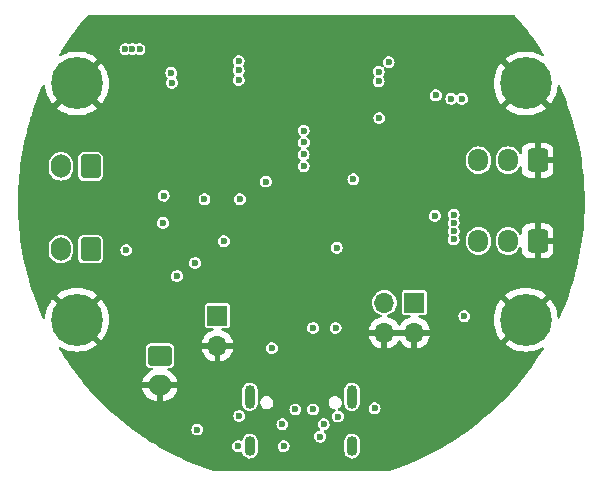
<source format=gbr>
%TF.GenerationSoftware,KiCad,Pcbnew,7.0.6*%
%TF.CreationDate,2023-07-14T02:37:10+02:00*%
%TF.ProjectId,rrr,7272722e-6b69-4636-9164-5f7063625858,rev?*%
%TF.SameCoordinates,Original*%
%TF.FileFunction,Copper,L2,Inr*%
%TF.FilePolarity,Positive*%
%FSLAX46Y46*%
G04 Gerber Fmt 4.6, Leading zero omitted, Abs format (unit mm)*
G04 Created by KiCad (PCBNEW 7.0.6) date 2023-07-14 02:37:10*
%MOMM*%
%LPD*%
G01*
G04 APERTURE LIST*
G04 Aperture macros list*
%AMRoundRect*
0 Rectangle with rounded corners*
0 $1 Rounding radius*
0 $2 $3 $4 $5 $6 $7 $8 $9 X,Y pos of 4 corners*
0 Add a 4 corners polygon primitive as box body*
4,1,4,$2,$3,$4,$5,$6,$7,$8,$9,$2,$3,0*
0 Add four circle primitives for the rounded corners*
1,1,$1+$1,$2,$3*
1,1,$1+$1,$4,$5*
1,1,$1+$1,$6,$7*
1,1,$1+$1,$8,$9*
0 Add four rect primitives between the rounded corners*
20,1,$1+$1,$2,$3,$4,$5,0*
20,1,$1+$1,$4,$5,$6,$7,0*
20,1,$1+$1,$6,$7,$8,$9,0*
20,1,$1+$1,$8,$9,$2,$3,0*%
G04 Aperture macros list end*
%TA.AperFunction,ComponentPad*%
%ADD10C,0.700000*%
%TD*%
%TA.AperFunction,ComponentPad*%
%ADD11C,4.400000*%
%TD*%
%TA.AperFunction,ComponentPad*%
%ADD12RoundRect,0.250000X0.600000X0.750000X-0.600000X0.750000X-0.600000X-0.750000X0.600000X-0.750000X0*%
%TD*%
%TA.AperFunction,ComponentPad*%
%ADD13O,1.700000X2.000000*%
%TD*%
%TA.AperFunction,ComponentPad*%
%ADD14RoundRect,0.250000X0.600000X0.725000X-0.600000X0.725000X-0.600000X-0.725000X0.600000X-0.725000X0*%
%TD*%
%TA.AperFunction,ComponentPad*%
%ADD15O,1.700000X1.950000*%
%TD*%
%TA.AperFunction,ComponentPad*%
%ADD16O,0.900000X2.000000*%
%TD*%
%TA.AperFunction,ComponentPad*%
%ADD17O,0.900000X1.700000*%
%TD*%
%TA.AperFunction,ComponentPad*%
%ADD18R,1.700000X1.700000*%
%TD*%
%TA.AperFunction,ComponentPad*%
%ADD19O,1.700000X1.700000*%
%TD*%
%TA.AperFunction,ComponentPad*%
%ADD20RoundRect,0.250000X-0.750000X0.600000X-0.750000X-0.600000X0.750000X-0.600000X0.750000X0.600000X0*%
%TD*%
%TA.AperFunction,ComponentPad*%
%ADD21O,2.000000X1.700000*%
%TD*%
%TA.AperFunction,ViaPad*%
%ADD22C,0.600000*%
%TD*%
%TA.AperFunction,ViaPad*%
%ADD23C,0.800000*%
%TD*%
G04 APERTURE END LIST*
D10*
%TO.N,GND*%
%TO.C,H4*%
X117350000Y-110000000D03*
X117833274Y-108833274D03*
X117833274Y-111166726D03*
X119000000Y-108350000D03*
D11*
X119000000Y-110000000D03*
D10*
X119000000Y-111650000D03*
X120166726Y-108833274D03*
X120166726Y-111166726D03*
X120650000Y-110000000D03*
%TD*%
D12*
%TO.N,Net-(J7-Pin_1)*%
%TO.C,J7*%
X82150000Y-104025000D03*
D13*
%TO.N,+5V*%
X79650000Y-104025000D03*
%TD*%
D10*
%TO.N,GND*%
%TO.C,H1*%
X79350000Y-90000000D03*
X79833274Y-88833274D03*
X79833274Y-91166726D03*
X81000000Y-88350000D03*
D11*
X81000000Y-90000000D03*
D10*
X81000000Y-91650000D03*
X82166726Y-88833274D03*
X82166726Y-91166726D03*
X82650000Y-90000000D03*
%TD*%
%TO.N,GND*%
%TO.C,H2*%
X117350000Y-90000000D03*
X117833274Y-88833274D03*
X117833274Y-91166726D03*
X119000000Y-88350000D03*
D11*
X119000000Y-90000000D03*
D10*
X119000000Y-91650000D03*
X120166726Y-88833274D03*
X120166726Y-91166726D03*
X120650000Y-90000000D03*
%TD*%
%TO.N,GND*%
%TO.C,H3*%
X79350000Y-110000000D03*
X79833274Y-108833274D03*
X79833274Y-111166726D03*
X81000000Y-108350000D03*
D11*
X81000000Y-110000000D03*
D10*
X81000000Y-111650000D03*
X82166726Y-108833274D03*
X82166726Y-111166726D03*
X82650000Y-110000000D03*
%TD*%
D12*
%TO.N,Net-(J8-Pin_1)*%
%TO.C,J8*%
X82150000Y-97025000D03*
D13*
%TO.N,+5V*%
X79650000Y-97025000D03*
%TD*%
D14*
%TO.N,GND*%
%TO.C,J5*%
X120000000Y-96500000D03*
D15*
%TO.N,+5V*%
X117500000Y-96500000D03*
%TO.N,/PWM1*%
X115000000Y-96500000D03*
%TD*%
D16*
%TO.N,/USB_SHIELD*%
%TO.C,J1*%
X95650000Y-116530000D03*
X104300000Y-116530000D03*
D17*
X95650000Y-120700000D03*
X104300000Y-120700000D03*
%TD*%
D18*
%TO.N,/EN_3.3V*%
%TO.C,J3*%
X92900000Y-109660000D03*
D19*
%TO.N,GND*%
X92900000Y-112200000D03*
%TD*%
D20*
%TO.N,/BAT+*%
%TO.C,J2*%
X88025000Y-113050000D03*
D21*
%TO.N,GND*%
X88025000Y-115550000D03*
%TD*%
D14*
%TO.N,GND*%
%TO.C,J6*%
X120000000Y-103325000D03*
D15*
%TO.N,+5V*%
X117500000Y-103325000D03*
%TO.N,/PWM2*%
X115000000Y-103325000D03*
%TD*%
D18*
%TO.N,/BOOT{slash}LED*%
%TO.C,J4*%
X109575000Y-108560000D03*
D19*
%TO.N,GND*%
X109575000Y-111100000D03*
%TO.N,/ENABLE*%
X107035000Y-108560000D03*
%TO.N,GND*%
X107035000Y-111100000D03*
%TD*%
D22*
%TO.N,/ENABLE*%
X100187701Y-93987701D03*
%TO.N,/PWM1*%
X100212299Y-94987701D03*
%TO.N,/PWM2*%
X100200000Y-96000000D03*
%TO.N,/PYRO1_FIRE*%
X88350000Y-99500000D03*
%TO.N,/BOOT{slash}LED*%
X100200000Y-97000000D03*
%TO.N,/PYRO2_FIRE*%
X94700000Y-89699006D03*
%TO.N,/FLASH_CS*%
X107400000Y-88200000D03*
X106600000Y-92925500D03*
%TO.N,+3.3V*%
X112900000Y-102500000D03*
X112900000Y-101800000D03*
X111300000Y-101200000D03*
X93450000Y-103350000D03*
X111400000Y-91000000D03*
X85175500Y-104100000D03*
X85100000Y-87100000D03*
X112900000Y-103200000D03*
X88300000Y-101800000D03*
X85700000Y-87100000D03*
X113800000Y-109700000D03*
X112900000Y-101100000D03*
X86300000Y-87100000D03*
X103000000Y-103900000D03*
%TO.N,GND*%
X94500000Y-91400000D03*
X84350000Y-116750000D03*
X101500000Y-112800000D03*
X100400000Y-92050000D03*
X111200000Y-99400000D03*
X106350000Y-107000000D03*
X89400000Y-101800000D03*
X102600000Y-92050000D03*
X102600000Y-89850000D03*
X106050000Y-97950000D03*
X89650000Y-117150000D03*
X90550000Y-110500000D03*
X84850000Y-96600000D03*
X114300000Y-105000000D03*
X101900000Y-98700000D03*
X92850000Y-104500000D03*
X102500000Y-105700000D03*
X95150000Y-111000000D03*
X86800000Y-93300000D03*
X84900000Y-101100000D03*
X103400000Y-88350000D03*
X92000000Y-106250000D03*
X92300000Y-98700000D03*
X94500000Y-93500000D03*
X106350000Y-106400000D03*
X115550000Y-100750000D03*
X88250000Y-94400000D03*
X82150000Y-106750000D03*
X101500000Y-89850000D03*
X113800000Y-94200000D03*
X103200000Y-114900000D03*
X94250000Y-122350000D03*
X110600000Y-88000000D03*
X95650000Y-108350000D03*
X101500000Y-92050000D03*
X92150000Y-100600000D03*
X90900000Y-98700000D03*
X102600000Y-99400000D03*
X111300000Y-104200000D03*
X92900000Y-122200000D03*
X111900000Y-99400000D03*
X102600000Y-90950000D03*
X91850000Y-105550000D03*
D23*
X114200000Y-87900000D03*
D22*
X101900000Y-99400000D03*
X114450000Y-99450000D03*
X84850000Y-102900000D03*
X122400000Y-106300000D03*
X111600000Y-107700000D03*
X100400000Y-89850000D03*
X112650000Y-92700000D03*
X100400000Y-90950000D03*
X94500000Y-92100000D03*
X112400000Y-118100000D03*
X114450000Y-94800000D03*
X114350000Y-108200000D03*
X108850000Y-98300000D03*
X87850000Y-110600000D03*
X104600000Y-91700000D03*
X106050000Y-98550000D03*
X114450000Y-92250000D03*
X87450000Y-119350000D03*
X115950000Y-106350000D03*
X107550000Y-90600000D03*
X107550000Y-98150000D03*
X101038430Y-107561570D03*
X84750000Y-109550000D03*
X84600000Y-112550000D03*
X91700000Y-101950000D03*
X78050000Y-106500000D03*
X110350000Y-91250000D03*
X88050000Y-96700000D03*
X106350000Y-105800000D03*
X91600000Y-98700000D03*
X91700000Y-102600000D03*
X82200000Y-114000000D03*
X100000000Y-88350000D03*
X94500000Y-92800000D03*
X99700000Y-99100000D03*
X108300000Y-98650000D03*
X113250000Y-95850000D03*
X115450000Y-98200000D03*
X88600000Y-87300000D03*
X111900000Y-98700000D03*
X98100000Y-122400000D03*
X91450000Y-121900000D03*
X111950000Y-94700000D03*
X99950000Y-103300000D03*
X96435500Y-104700000D03*
X92850000Y-103900000D03*
X102600000Y-98700000D03*
X111200000Y-98700000D03*
X101500000Y-90950000D03*
X110850000Y-92600000D03*
X115400000Y-93450000D03*
%TO.N,/USB_5V*%
X101000000Y-110700000D03*
X102900000Y-110700000D03*
X98400000Y-118850000D03*
X97500000Y-112400000D03*
X106200000Y-117500000D03*
X101900000Y-118850000D03*
%TO.N,/EN_3.3V*%
X104412299Y-98112299D03*
%TO.N,/BAT+*%
X101600000Y-119900000D03*
X103100000Y-118200000D03*
%TO.N,+5V*%
X91800000Y-99800000D03*
X97000000Y-98300000D03*
X94800000Y-99800000D03*
%TO.N,Net-(D2-K)*%
X94750000Y-118150000D03*
X98500000Y-120700000D03*
%TO.N,/SDA*%
X89475500Y-106300000D03*
X91000000Y-105200000D03*
%TO.N,Net-(IC3-ISET)*%
X94650000Y-120700000D03*
X91200000Y-119300000D03*
%TO.N,/USB_PORT_D+*%
X99500000Y-117600000D03*
X101000000Y-117600000D03*
%TO.N,Net-(J7-Pin_1)*%
X106550000Y-89799503D03*
X94700000Y-88899503D03*
X89041589Y-89941589D03*
X112700000Y-91300000D03*
%TO.N,Net-(J8-Pin_1)*%
X106550000Y-89000000D03*
X89000000Y-89100000D03*
X113600000Y-91300000D03*
X94700000Y-88100000D03*
%TD*%
%TA.AperFunction,Conductor*%
%TO.N,GND*%
G36*
X109115507Y-110890156D02*
G01*
X109075000Y-111028111D01*
X109075000Y-111171889D01*
X109115507Y-111309844D01*
X109141314Y-111350000D01*
X107468686Y-111350000D01*
X107494493Y-111309844D01*
X107535000Y-111171889D01*
X107535000Y-111028111D01*
X107494493Y-110890156D01*
X107468686Y-110850000D01*
X109141314Y-110850000D01*
X109115507Y-110890156D01*
G37*
%TD.AperFunction*%
%TA.AperFunction,Conductor*%
G36*
X118093561Y-84235291D02*
G01*
X118111246Y-84251792D01*
X118701418Y-84955969D01*
X119149672Y-85536734D01*
X119295497Y-85726159D01*
X119666976Y-86249696D01*
X119859176Y-86521774D01*
X120187136Y-87025755D01*
X120187371Y-87026115D01*
X120390082Y-87339632D01*
X120508958Y-87539451D01*
X120522461Y-87599128D01*
X120498307Y-87655344D01*
X120445724Y-87686627D01*
X120384795Y-87681028D01*
X120372659Y-87674790D01*
X120257052Y-87604903D01*
X120257039Y-87604896D01*
X119959184Y-87470842D01*
X119647330Y-87373664D01*
X119326058Y-87314788D01*
X119326033Y-87314785D01*
X119000006Y-87295065D01*
X118999994Y-87295065D01*
X118673966Y-87314785D01*
X118673941Y-87314788D01*
X118352669Y-87373664D01*
X118352668Y-87373664D01*
X118040815Y-87470842D01*
X117742960Y-87604896D01*
X117742939Y-87604907D01*
X117463435Y-87773873D01*
X117463415Y-87773886D01*
X117275030Y-87921476D01*
X118416693Y-89063140D01*
X118402590Y-89070411D01*
X118237460Y-89200271D01*
X118099890Y-89359035D01*
X118065333Y-89418887D01*
X117525369Y-88878923D01*
X117633274Y-88878923D01*
X117672887Y-88961179D01*
X117744266Y-89018101D01*
X117810742Y-89033274D01*
X117855806Y-89033274D01*
X117922282Y-89018101D01*
X117993661Y-88961179D01*
X118033274Y-88878923D01*
X118033274Y-88787625D01*
X117993661Y-88705369D01*
X117922282Y-88648447D01*
X117855806Y-88633274D01*
X117810742Y-88633274D01*
X117744266Y-88648447D01*
X117672887Y-88705369D01*
X117633274Y-88787625D01*
X117633274Y-88878923D01*
X117525369Y-88878923D01*
X116921476Y-88275030D01*
X116773886Y-88463415D01*
X116773873Y-88463435D01*
X116604907Y-88742939D01*
X116604896Y-88742960D01*
X116470842Y-89040815D01*
X116373664Y-89352668D01*
X116373664Y-89352669D01*
X116314788Y-89673941D01*
X116314785Y-89673966D01*
X116295065Y-89999993D01*
X116295065Y-90000006D01*
X116314785Y-90326033D01*
X116314788Y-90326058D01*
X116373664Y-90647330D01*
X116373664Y-90647331D01*
X116470842Y-90959184D01*
X116604896Y-91257039D01*
X116604907Y-91257060D01*
X116773873Y-91536564D01*
X116773886Y-91536583D01*
X116921477Y-91724968D01*
X117434070Y-91212375D01*
X117633274Y-91212375D01*
X117672887Y-91294631D01*
X117744266Y-91351553D01*
X117810742Y-91366726D01*
X117855806Y-91366726D01*
X117922282Y-91351553D01*
X117993661Y-91294631D01*
X118033274Y-91212375D01*
X118033274Y-91121077D01*
X117993661Y-91038821D01*
X117922282Y-90981899D01*
X117855806Y-90966726D01*
X117810742Y-90966726D01*
X117744266Y-90981899D01*
X117672887Y-91038821D01*
X117633274Y-91121077D01*
X117633274Y-91212375D01*
X117434070Y-91212375D01*
X118064210Y-90582234D01*
X118164894Y-90723624D01*
X118316932Y-90868592D01*
X118419221Y-90934329D01*
X117275030Y-92078521D01*
X117463428Y-92226123D01*
X117742939Y-92395092D01*
X117742960Y-92395103D01*
X118040815Y-92529157D01*
X118352669Y-92626335D01*
X118673941Y-92685211D01*
X118673966Y-92685214D01*
X118999994Y-92704935D01*
X119000006Y-92704935D01*
X119326033Y-92685214D01*
X119326058Y-92685211D01*
X119647330Y-92626335D01*
X119647331Y-92626335D01*
X119959184Y-92529157D01*
X120257039Y-92395103D01*
X120257060Y-92395092D01*
X120536565Y-92226126D01*
X120536576Y-92226119D01*
X120724968Y-92078521D01*
X119858822Y-91212375D01*
X119966726Y-91212375D01*
X120006339Y-91294631D01*
X120077718Y-91351553D01*
X120144194Y-91366726D01*
X120189258Y-91366726D01*
X120255734Y-91351553D01*
X120327113Y-91294631D01*
X120366726Y-91212375D01*
X120366726Y-91121077D01*
X120327113Y-91038821D01*
X120255734Y-90981899D01*
X120189258Y-90966726D01*
X120144194Y-90966726D01*
X120077718Y-90981899D01*
X120006339Y-91038821D01*
X119966726Y-91121077D01*
X119966726Y-91212375D01*
X119858822Y-91212375D01*
X119583306Y-90936859D01*
X119597410Y-90929589D01*
X119762540Y-90799729D01*
X119900110Y-90640965D01*
X119934665Y-90581112D01*
X121078521Y-91724968D01*
X121226119Y-91536576D01*
X121226126Y-91536565D01*
X121395092Y-91257060D01*
X121395103Y-91257039D01*
X121529157Y-90959184D01*
X121626335Y-90647331D01*
X121626335Y-90647330D01*
X121685211Y-90326058D01*
X121685214Y-90326033D01*
X121693706Y-90185635D01*
X121716092Y-90128692D01*
X121767673Y-90095782D01*
X121828746Y-90099476D01*
X121875985Y-90138363D01*
X121883080Y-90151603D01*
X121999207Y-90414443D01*
X122169192Y-90805821D01*
X122368476Y-91310902D01*
X122455662Y-91536565D01*
X122524167Y-91713878D01*
X122701635Y-92222699D01*
X122841968Y-92635592D01*
X122997863Y-93147944D01*
X123122075Y-93569447D01*
X123256553Y-94085004D01*
X123364022Y-94513898D01*
X123477176Y-95032215D01*
X123567409Y-95467361D01*
X123659322Y-95988056D01*
X123731899Y-96428244D01*
X123802607Y-96950767D01*
X123857234Y-97395006D01*
X123906760Y-97918723D01*
X123943206Y-98366039D01*
X123971577Y-98890235D01*
X123989677Y-99339771D01*
X123996935Y-99863762D01*
X123996569Y-100314519D01*
X123982771Y-100837701D01*
X123963878Y-101288702D01*
X123929093Y-101810350D01*
X123891659Y-102260751D01*
X123835980Y-102780097D01*
X123780036Y-103229022D01*
X123703569Y-103745381D01*
X123629200Y-104191915D01*
X123532080Y-104704541D01*
X123439397Y-105147882D01*
X123321791Y-105655986D01*
X123210950Y-106095307D01*
X123073026Y-106598215D01*
X122944251Y-107032600D01*
X122786201Y-107529612D01*
X122639749Y-107958219D01*
X122461776Y-108448659D01*
X122297935Y-108870690D01*
X122100310Y-109353767D01*
X121919388Y-109768484D01*
X121882548Y-109849119D01*
X121841170Y-109894191D01*
X121781201Y-109906333D01*
X121725549Y-109880907D01*
X121695470Y-109827626D01*
X121693682Y-109813957D01*
X121685214Y-109673966D01*
X121685211Y-109673941D01*
X121626335Y-109352669D01*
X121626335Y-109352668D01*
X121529157Y-109040815D01*
X121395103Y-108742960D01*
X121395092Y-108742939D01*
X121226123Y-108463428D01*
X121078521Y-108275030D01*
X119935788Y-109417763D01*
X119835106Y-109276376D01*
X119683068Y-109131408D01*
X119580776Y-109065668D01*
X119767521Y-108878923D01*
X119966726Y-108878923D01*
X120006339Y-108961179D01*
X120077718Y-109018101D01*
X120144194Y-109033274D01*
X120189258Y-109033274D01*
X120255734Y-109018101D01*
X120327113Y-108961179D01*
X120366726Y-108878923D01*
X120366726Y-108787625D01*
X120327113Y-108705369D01*
X120255734Y-108648447D01*
X120189258Y-108633274D01*
X120144194Y-108633274D01*
X120077718Y-108648447D01*
X120006339Y-108705369D01*
X119966726Y-108787625D01*
X119966726Y-108878923D01*
X119767521Y-108878923D01*
X120724968Y-107921477D01*
X120536583Y-107773886D01*
X120536564Y-107773873D01*
X120257060Y-107604907D01*
X120257039Y-107604896D01*
X119959184Y-107470842D01*
X119647330Y-107373664D01*
X119326058Y-107314788D01*
X119326033Y-107314785D01*
X119000006Y-107295065D01*
X118999994Y-107295065D01*
X118673966Y-107314785D01*
X118673941Y-107314788D01*
X118352669Y-107373664D01*
X118352668Y-107373664D01*
X118040815Y-107470842D01*
X117742960Y-107604896D01*
X117742939Y-107604907D01*
X117463435Y-107773873D01*
X117463415Y-107773886D01*
X117275030Y-107921476D01*
X118416693Y-109063140D01*
X118402590Y-109070411D01*
X118237460Y-109200271D01*
X118099890Y-109359035D01*
X118065333Y-109418887D01*
X117525369Y-108878923D01*
X117633274Y-108878923D01*
X117672887Y-108961179D01*
X117744266Y-109018101D01*
X117810742Y-109033274D01*
X117855806Y-109033274D01*
X117922282Y-109018101D01*
X117993661Y-108961179D01*
X118033274Y-108878923D01*
X118033274Y-108787625D01*
X117993661Y-108705369D01*
X117922282Y-108648447D01*
X117855806Y-108633274D01*
X117810742Y-108633274D01*
X117744266Y-108648447D01*
X117672887Y-108705369D01*
X117633274Y-108787625D01*
X117633274Y-108878923D01*
X117525369Y-108878923D01*
X116921476Y-108275030D01*
X116773886Y-108463415D01*
X116773873Y-108463435D01*
X116604907Y-108742939D01*
X116604896Y-108742960D01*
X116470842Y-109040815D01*
X116373664Y-109352668D01*
X116373664Y-109352669D01*
X116314788Y-109673941D01*
X116314785Y-109673966D01*
X116295065Y-109999993D01*
X116295065Y-110000006D01*
X116314785Y-110326033D01*
X116314788Y-110326058D01*
X116373664Y-110647330D01*
X116373664Y-110647331D01*
X116470842Y-110959184D01*
X116604896Y-111257039D01*
X116604907Y-111257060D01*
X116773873Y-111536564D01*
X116773886Y-111536583D01*
X116921477Y-111724968D01*
X117434070Y-111212375D01*
X117633274Y-111212375D01*
X117672887Y-111294631D01*
X117744266Y-111351553D01*
X117810742Y-111366726D01*
X117855806Y-111366726D01*
X117922282Y-111351553D01*
X117993661Y-111294631D01*
X118033274Y-111212375D01*
X118033274Y-111121077D01*
X117993661Y-111038821D01*
X117922282Y-110981899D01*
X117855806Y-110966726D01*
X117810742Y-110966726D01*
X117744266Y-110981899D01*
X117672887Y-111038821D01*
X117633274Y-111121077D01*
X117633274Y-111212375D01*
X117434070Y-111212375D01*
X118064210Y-110582234D01*
X118164894Y-110723624D01*
X118316932Y-110868592D01*
X118419222Y-110934330D01*
X117275030Y-112078521D01*
X117463428Y-112226123D01*
X117742939Y-112395092D01*
X117742960Y-112395103D01*
X118040815Y-112529157D01*
X118352669Y-112626335D01*
X118673941Y-112685211D01*
X118673966Y-112685214D01*
X118999994Y-112704935D01*
X119000006Y-112704935D01*
X119326033Y-112685214D01*
X119326058Y-112685211D01*
X119647330Y-112626335D01*
X119647331Y-112626335D01*
X119959184Y-112529157D01*
X120257039Y-112395103D01*
X120257052Y-112395096D01*
X120370950Y-112326243D01*
X120430530Y-112312319D01*
X120486916Y-112336074D01*
X120518569Y-112388436D01*
X120513401Y-112449402D01*
X120506609Y-112462643D01*
X120296551Y-112805878D01*
X120051688Y-113183241D01*
X119759857Y-113619655D01*
X119500323Y-113985789D01*
X119190560Y-114410970D01*
X118916945Y-114765200D01*
X118589576Y-115178544D01*
X118302617Y-115520096D01*
X117957901Y-115921098D01*
X117658385Y-116249249D01*
X117296572Y-116637411D01*
X116985411Y-116951408D01*
X116606685Y-117326290D01*
X116284827Y-117625459D01*
X115889402Y-117986576D01*
X115557977Y-118270193D01*
X115145864Y-118617215D01*
X114806372Y-118884398D01*
X114377283Y-119217172D01*
X114031539Y-119466996D01*
X113584989Y-119785407D01*
X113235070Y-120016999D01*
X112770277Y-120320993D01*
X112419292Y-120533106D01*
X111934451Y-120823071D01*
X111587436Y-121013796D01*
X111078885Y-121290810D01*
X110744436Y-121457135D01*
X110205036Y-121723413D01*
X109900692Y-121859483D01*
X109314337Y-122120168D01*
X109091881Y-122208860D01*
X108410470Y-122479544D01*
X107515839Y-122793902D01*
X107483019Y-122799500D01*
X92516981Y-122799500D01*
X92484161Y-122793902D01*
X91589530Y-122479544D01*
X90908118Y-122208860D01*
X90685662Y-122120168D01*
X90099307Y-121859483D01*
X89841135Y-121744056D01*
X89794958Y-121723410D01*
X89255563Y-121457135D01*
X88921114Y-121290810D01*
X88412563Y-121013796D01*
X88065548Y-120823071D01*
X87859768Y-120700002D01*
X94144353Y-120700002D01*
X94164834Y-120842456D01*
X94224622Y-120973371D01*
X94224623Y-120973373D01*
X94300500Y-121060940D01*
X94318873Y-121082144D01*
X94439942Y-121159950D01*
X94439947Y-121159953D01*
X94515626Y-121182174D01*
X94578035Y-121200499D01*
X94578036Y-121200499D01*
X94578039Y-121200500D01*
X94578041Y-121200500D01*
X94721959Y-121200500D01*
X94721961Y-121200500D01*
X94860053Y-121159953D01*
X94860060Y-121159948D01*
X94866494Y-121157011D01*
X94867138Y-121158422D01*
X94918344Y-121144955D01*
X94975364Y-121167144D01*
X95008452Y-121218611D01*
X95010927Y-121231385D01*
X95014927Y-121263054D01*
X95014928Y-121263056D01*
X95075432Y-121415870D01*
X95075434Y-121415874D01*
X95172037Y-121548837D01*
X95298674Y-121653600D01*
X95447387Y-121723579D01*
X95608823Y-121754375D01*
X95608828Y-121754376D01*
X95608829Y-121754375D01*
X95608830Y-121754376D01*
X95772860Y-121744056D01*
X95929171Y-121693268D01*
X96067940Y-121605202D01*
X96180448Y-121485393D01*
X96259627Y-121341368D01*
X96300500Y-121182177D01*
X96300500Y-120700002D01*
X97994353Y-120700002D01*
X98014834Y-120842456D01*
X98074622Y-120973371D01*
X98074623Y-120973373D01*
X98150500Y-121060940D01*
X98168873Y-121082144D01*
X98289942Y-121159950D01*
X98289947Y-121159953D01*
X98365626Y-121182174D01*
X98428035Y-121200499D01*
X98428036Y-121200499D01*
X98428039Y-121200500D01*
X98428041Y-121200500D01*
X98571959Y-121200500D01*
X98571961Y-121200500D01*
X98710053Y-121159953D01*
X98739661Y-121140925D01*
X103649500Y-121140925D01*
X103664927Y-121263053D01*
X103664928Y-121263056D01*
X103725432Y-121415870D01*
X103725434Y-121415874D01*
X103822037Y-121548837D01*
X103948674Y-121653600D01*
X104097387Y-121723579D01*
X104258823Y-121754375D01*
X104258828Y-121754376D01*
X104258829Y-121754375D01*
X104258830Y-121754376D01*
X104422860Y-121744056D01*
X104579171Y-121693268D01*
X104717940Y-121605202D01*
X104830448Y-121485393D01*
X104909627Y-121341368D01*
X104950500Y-121182177D01*
X104950500Y-120259075D01*
X104950500Y-120259074D01*
X104935072Y-120136946D01*
X104935071Y-120136943D01*
X104917091Y-120091531D01*
X104874568Y-119984129D01*
X104777963Y-119851163D01*
X104698478Y-119785407D01*
X104651325Y-119746399D01*
X104502612Y-119676420D01*
X104341176Y-119645624D01*
X104341171Y-119645623D01*
X104177142Y-119655943D01*
X104020826Y-119706732D01*
X103882060Y-119794797D01*
X103769551Y-119914606D01*
X103690373Y-120058630D01*
X103649500Y-120217820D01*
X103649500Y-121140925D01*
X98739661Y-121140925D01*
X98831128Y-121082143D01*
X98925377Y-120973373D01*
X98985165Y-120842457D01*
X99005647Y-120700000D01*
X98985165Y-120557543D01*
X98925377Y-120426627D01*
X98831128Y-120317857D01*
X98831127Y-120317856D01*
X98831126Y-120317855D01*
X98710057Y-120240049D01*
X98710054Y-120240047D01*
X98710053Y-120240047D01*
X98710050Y-120240046D01*
X98571964Y-120199500D01*
X98571961Y-120199500D01*
X98428039Y-120199500D01*
X98428035Y-120199500D01*
X98289949Y-120240046D01*
X98289942Y-120240049D01*
X98168873Y-120317855D01*
X98074622Y-120426628D01*
X98014834Y-120557543D01*
X97994353Y-120699997D01*
X97994353Y-120700002D01*
X96300500Y-120700002D01*
X96300500Y-120259075D01*
X96300500Y-120259074D01*
X96285072Y-120136946D01*
X96285071Y-120136943D01*
X96267091Y-120091531D01*
X96224568Y-119984129D01*
X96163446Y-119900002D01*
X101094353Y-119900002D01*
X101114834Y-120042456D01*
X101157985Y-120136942D01*
X101174623Y-120173373D01*
X101213139Y-120217823D01*
X101268873Y-120282144D01*
X101357435Y-120339059D01*
X101389947Y-120359953D01*
X101496403Y-120391211D01*
X101528035Y-120400499D01*
X101528036Y-120400499D01*
X101528039Y-120400500D01*
X101528041Y-120400500D01*
X101671959Y-120400500D01*
X101671961Y-120400500D01*
X101810053Y-120359953D01*
X101931128Y-120282143D01*
X102025377Y-120173373D01*
X102085165Y-120042457D01*
X102105647Y-119900000D01*
X102098625Y-119851163D01*
X102085165Y-119757543D01*
X102050731Y-119682144D01*
X102025377Y-119626627D01*
X101931128Y-119517857D01*
X101931127Y-119517856D01*
X101926491Y-119512506D01*
X101928389Y-119510860D01*
X101902632Y-119468152D01*
X101907864Y-119407191D01*
X101947930Y-119360947D01*
X101971167Y-119350733D01*
X101971961Y-119350500D01*
X102110053Y-119309953D01*
X102231128Y-119232143D01*
X102325377Y-119123373D01*
X102385165Y-118992457D01*
X102395891Y-118917855D01*
X102405647Y-118850002D01*
X102405647Y-118849997D01*
X102385165Y-118707543D01*
X102359114Y-118650500D01*
X102325377Y-118576627D01*
X102231128Y-118467857D01*
X102231127Y-118467856D01*
X102231126Y-118467855D01*
X102110057Y-118390049D01*
X102110054Y-118390047D01*
X102110053Y-118390047D01*
X102110050Y-118390046D01*
X101971964Y-118349500D01*
X101971961Y-118349500D01*
X101828039Y-118349500D01*
X101828035Y-118349500D01*
X101689949Y-118390046D01*
X101689942Y-118390049D01*
X101568873Y-118467855D01*
X101474622Y-118576628D01*
X101414834Y-118707543D01*
X101394353Y-118849997D01*
X101394353Y-118850002D01*
X101414834Y-118992456D01*
X101474622Y-119123371D01*
X101474623Y-119123373D01*
X101555899Y-119217171D01*
X101573509Y-119237494D01*
X101571609Y-119239140D01*
X101597366Y-119281844D01*
X101592136Y-119342805D01*
X101552072Y-119389050D01*
X101528833Y-119399266D01*
X101389947Y-119440047D01*
X101389942Y-119440049D01*
X101268873Y-119517855D01*
X101174622Y-119626628D01*
X101114834Y-119757543D01*
X101094353Y-119899997D01*
X101094353Y-119900002D01*
X96163446Y-119900002D01*
X96127963Y-119851163D01*
X96048478Y-119785407D01*
X96001325Y-119746399D01*
X95852612Y-119676420D01*
X95691176Y-119645624D01*
X95691171Y-119645623D01*
X95527142Y-119655943D01*
X95370826Y-119706732D01*
X95232060Y-119794797D01*
X95119551Y-119914606D01*
X95040373Y-120058629D01*
X95008942Y-120181047D01*
X94976157Y-120232707D01*
X94919268Y-120255231D01*
X94867028Y-120241817D01*
X94866494Y-120242989D01*
X94860054Y-120240048D01*
X94860053Y-120240047D01*
X94860050Y-120240046D01*
X94721964Y-120199500D01*
X94721961Y-120199500D01*
X94578039Y-120199500D01*
X94578035Y-120199500D01*
X94439949Y-120240046D01*
X94439942Y-120240049D01*
X94318873Y-120317855D01*
X94224622Y-120426628D01*
X94164834Y-120557543D01*
X94144353Y-120699997D01*
X94144353Y-120700002D01*
X87859768Y-120700002D01*
X87580707Y-120533106D01*
X87229722Y-120320993D01*
X86764929Y-120016999D01*
X86610220Y-119914606D01*
X86415010Y-119785407D01*
X86270189Y-119682143D01*
X85968435Y-119466978D01*
X85821693Y-119360947D01*
X85737349Y-119300002D01*
X90694353Y-119300002D01*
X90714834Y-119442456D01*
X90749268Y-119517855D01*
X90774623Y-119573373D01*
X90846170Y-119655943D01*
X90868873Y-119682144D01*
X90968858Y-119746400D01*
X90989947Y-119759953D01*
X91096403Y-119791211D01*
X91128035Y-119800499D01*
X91128036Y-119800499D01*
X91128039Y-119800500D01*
X91128041Y-119800500D01*
X91271959Y-119800500D01*
X91271961Y-119800500D01*
X91410053Y-119759953D01*
X91531128Y-119682143D01*
X91625377Y-119573373D01*
X91685165Y-119442457D01*
X91698386Y-119350500D01*
X91705647Y-119300002D01*
X91705647Y-119299997D01*
X91685165Y-119157543D01*
X91625377Y-119026628D01*
X91625377Y-119026627D01*
X91531128Y-118917857D01*
X91531127Y-118917856D01*
X91531126Y-118917855D01*
X91425544Y-118850002D01*
X97894353Y-118850002D01*
X97914834Y-118992456D01*
X97974622Y-119123371D01*
X97974623Y-119123373D01*
X98055899Y-119217171D01*
X98068873Y-119232144D01*
X98174463Y-119300002D01*
X98189947Y-119309953D01*
X98296403Y-119341211D01*
X98328035Y-119350499D01*
X98328036Y-119350499D01*
X98328039Y-119350500D01*
X98328041Y-119350500D01*
X98471959Y-119350500D01*
X98471961Y-119350500D01*
X98610053Y-119309953D01*
X98731128Y-119232143D01*
X98825377Y-119123373D01*
X98885165Y-118992457D01*
X98895891Y-118917855D01*
X98905647Y-118850002D01*
X98905647Y-118849997D01*
X98885165Y-118707543D01*
X98859114Y-118650500D01*
X98825377Y-118576627D01*
X98731128Y-118467857D01*
X98731127Y-118467856D01*
X98731126Y-118467855D01*
X98610057Y-118390049D01*
X98610054Y-118390047D01*
X98610053Y-118390047D01*
X98610050Y-118390046D01*
X98471964Y-118349500D01*
X98471961Y-118349500D01*
X98328039Y-118349500D01*
X98328035Y-118349500D01*
X98189949Y-118390046D01*
X98189942Y-118390049D01*
X98068873Y-118467855D01*
X97974622Y-118576628D01*
X97914834Y-118707543D01*
X97894353Y-118849997D01*
X97894353Y-118850002D01*
X91425544Y-118850002D01*
X91410057Y-118840049D01*
X91410054Y-118840047D01*
X91410053Y-118840047D01*
X91410050Y-118840046D01*
X91271964Y-118799500D01*
X91271961Y-118799500D01*
X91128039Y-118799500D01*
X91128035Y-118799500D01*
X90989949Y-118840046D01*
X90989942Y-118840049D01*
X90868873Y-118917855D01*
X90774622Y-119026628D01*
X90714834Y-119157543D01*
X90694353Y-119299997D01*
X90694353Y-119300002D01*
X85737349Y-119300002D01*
X85622715Y-119217171D01*
X85332962Y-118992457D01*
X85193600Y-118884377D01*
X85149922Y-118850002D01*
X84854133Y-118617213D01*
X84584356Y-118390046D01*
X84442005Y-118270178D01*
X84301572Y-118150002D01*
X94244353Y-118150002D01*
X94264834Y-118292456D01*
X94287669Y-118342456D01*
X94324623Y-118423373D01*
X94367948Y-118473373D01*
X94418873Y-118532144D01*
X94496675Y-118582144D01*
X94539947Y-118609953D01*
X94646403Y-118641211D01*
X94678035Y-118650499D01*
X94678036Y-118650499D01*
X94678039Y-118650500D01*
X94678041Y-118650500D01*
X94821959Y-118650500D01*
X94821961Y-118650500D01*
X94960053Y-118609953D01*
X95081128Y-118532143D01*
X95175377Y-118423373D01*
X95235165Y-118292457D01*
X95255647Y-118150000D01*
X95235165Y-118007543D01*
X95175377Y-117876627D01*
X95081128Y-117767857D01*
X95081127Y-117767856D01*
X95081126Y-117767855D01*
X94960057Y-117690049D01*
X94960054Y-117690047D01*
X94960053Y-117690047D01*
X94960050Y-117690046D01*
X94821964Y-117649500D01*
X94821961Y-117649500D01*
X94678039Y-117649500D01*
X94678035Y-117649500D01*
X94539949Y-117690046D01*
X94539942Y-117690049D01*
X94418873Y-117767855D01*
X94324622Y-117876628D01*
X94264834Y-118007543D01*
X94244353Y-118149997D01*
X94244353Y-118150002D01*
X84301572Y-118150002D01*
X84110588Y-117986567D01*
X83986640Y-117873373D01*
X83715140Y-117625429D01*
X83426937Y-117357543D01*
X83393314Y-117326290D01*
X83185844Y-117120925D01*
X94999500Y-117120925D01*
X95014927Y-117243053D01*
X95014928Y-117243056D01*
X95014929Y-117243058D01*
X95053488Y-117340448D01*
X95075432Y-117395870D01*
X95075434Y-117395874D01*
X95172037Y-117528837D01*
X95298674Y-117633600D01*
X95447387Y-117703579D01*
X95608823Y-117734375D01*
X95608828Y-117734376D01*
X95608829Y-117734375D01*
X95608830Y-117734376D01*
X95772860Y-117724056D01*
X95929171Y-117673268D01*
X96044619Y-117600002D01*
X98994353Y-117600002D01*
X99014834Y-117742456D01*
X99028953Y-117773371D01*
X99074623Y-117873373D01*
X99168872Y-117982143D01*
X99168873Y-117982144D01*
X99197436Y-118000500D01*
X99289947Y-118059953D01*
X99396403Y-118091211D01*
X99428035Y-118100499D01*
X99428036Y-118100499D01*
X99428039Y-118100500D01*
X99428041Y-118100500D01*
X99571959Y-118100500D01*
X99571961Y-118100500D01*
X99710053Y-118059953D01*
X99831128Y-117982143D01*
X99925377Y-117873373D01*
X99985165Y-117742457D01*
X100005647Y-117600002D01*
X100494353Y-117600002D01*
X100514834Y-117742456D01*
X100528953Y-117773371D01*
X100574623Y-117873373D01*
X100668872Y-117982143D01*
X100668873Y-117982144D01*
X100697436Y-118000500D01*
X100789947Y-118059953D01*
X100896403Y-118091211D01*
X100928035Y-118100499D01*
X100928036Y-118100499D01*
X100928039Y-118100500D01*
X100928041Y-118100500D01*
X101071959Y-118100500D01*
X101071961Y-118100500D01*
X101210053Y-118059953D01*
X101331128Y-117982143D01*
X101425377Y-117873373D01*
X101485165Y-117742457D01*
X101505647Y-117600000D01*
X101503519Y-117585202D01*
X101485165Y-117457543D01*
X101458556Y-117399278D01*
X101425377Y-117326627D01*
X101331128Y-117217857D01*
X101331127Y-117217856D01*
X101331126Y-117217855D01*
X101210057Y-117140049D01*
X101210054Y-117140047D01*
X101210053Y-117140047D01*
X101186244Y-117133056D01*
X101071964Y-117099500D01*
X101071961Y-117099500D01*
X100928039Y-117099500D01*
X100928035Y-117099500D01*
X100789949Y-117140046D01*
X100789942Y-117140049D01*
X100668873Y-117217855D01*
X100574622Y-117326628D01*
X100514834Y-117457543D01*
X100494353Y-117599997D01*
X100494353Y-117600002D01*
X100005647Y-117600002D01*
X100005647Y-117600000D01*
X100003519Y-117585202D01*
X99985165Y-117457543D01*
X99958556Y-117399278D01*
X99925377Y-117326627D01*
X99831128Y-117217857D01*
X99831127Y-117217856D01*
X99831126Y-117217855D01*
X99710057Y-117140049D01*
X99710054Y-117140047D01*
X99710053Y-117140047D01*
X99686244Y-117133056D01*
X99571964Y-117099500D01*
X99571961Y-117099500D01*
X99428039Y-117099500D01*
X99428035Y-117099500D01*
X99289949Y-117140046D01*
X99289942Y-117140049D01*
X99168873Y-117217855D01*
X99074622Y-117326628D01*
X99014834Y-117457543D01*
X98994353Y-117599997D01*
X98994353Y-117600002D01*
X96044619Y-117600002D01*
X96067940Y-117585202D01*
X96180448Y-117465393D01*
X96259627Y-117321368D01*
X96300500Y-117162177D01*
X96300500Y-117057921D01*
X96530619Y-117057921D01*
X96561406Y-117206079D01*
X96561406Y-117206081D01*
X96561407Y-117206084D01*
X96561408Y-117206085D01*
X96623693Y-117326290D01*
X96631030Y-117340448D01*
X96682794Y-117395874D01*
X96734320Y-117451044D01*
X96863618Y-117529672D01*
X97009335Y-117570500D01*
X97009336Y-117570500D01*
X97122652Y-117570500D01*
X97122658Y-117570500D01*
X97234920Y-117555070D01*
X97373720Y-117494780D01*
X97491108Y-117399278D01*
X97578377Y-117275647D01*
X97629054Y-117133056D01*
X97634193Y-117057921D01*
X102310619Y-117057921D01*
X102341406Y-117206079D01*
X102341406Y-117206081D01*
X102341407Y-117206084D01*
X102341408Y-117206085D01*
X102403693Y-117326290D01*
X102411030Y-117340448D01*
X102462794Y-117395874D01*
X102514320Y-117451044D01*
X102643618Y-117529672D01*
X102789335Y-117570500D01*
X102789336Y-117570500D01*
X102816604Y-117570500D01*
X102874795Y-117589407D01*
X102910759Y-117638907D01*
X102910759Y-117700093D01*
X102874795Y-117749593D01*
X102870127Y-117752784D01*
X102768873Y-117817855D01*
X102674622Y-117926628D01*
X102614834Y-118057543D01*
X102594353Y-118199997D01*
X102594353Y-118200002D01*
X102614834Y-118342456D01*
X102672103Y-118467855D01*
X102674623Y-118473373D01*
X102764093Y-118576628D01*
X102768873Y-118582144D01*
X102889942Y-118659950D01*
X102889947Y-118659953D01*
X102996403Y-118691211D01*
X103028035Y-118700499D01*
X103028036Y-118700499D01*
X103028039Y-118700500D01*
X103028041Y-118700500D01*
X103171959Y-118700500D01*
X103171961Y-118700500D01*
X103310053Y-118659953D01*
X103431128Y-118582143D01*
X103525377Y-118473373D01*
X103585165Y-118342457D01*
X103605647Y-118200000D01*
X103598458Y-118150002D01*
X103585165Y-118057543D01*
X103585164Y-118057543D01*
X103525377Y-117926627D01*
X103431128Y-117817857D01*
X103431127Y-117817856D01*
X103431126Y-117817855D01*
X103310057Y-117740049D01*
X103310054Y-117740047D01*
X103310053Y-117740047D01*
X103310050Y-117740046D01*
X103171964Y-117699500D01*
X103171961Y-117699500D01*
X103158822Y-117699500D01*
X103100631Y-117680593D01*
X103064667Y-117631093D01*
X103064667Y-117569907D01*
X103100631Y-117520407D01*
X103119380Y-117509696D01*
X103153720Y-117494780D01*
X103271108Y-117399278D01*
X103358377Y-117275647D01*
X103409054Y-117133056D01*
X103409884Y-117120925D01*
X103649500Y-117120925D01*
X103664927Y-117243053D01*
X103664928Y-117243056D01*
X103664929Y-117243058D01*
X103703488Y-117340448D01*
X103725432Y-117395870D01*
X103725434Y-117395874D01*
X103822037Y-117528837D01*
X103948674Y-117633600D01*
X104097387Y-117703579D01*
X104258823Y-117734375D01*
X104258828Y-117734376D01*
X104258829Y-117734375D01*
X104258830Y-117734376D01*
X104422860Y-117724056D01*
X104579171Y-117673268D01*
X104717940Y-117585202D01*
X104797948Y-117500002D01*
X105694353Y-117500002D01*
X105714834Y-117642456D01*
X105760504Y-117742457D01*
X105774623Y-117773373D01*
X105864093Y-117876628D01*
X105868873Y-117882144D01*
X105938092Y-117926628D01*
X105989947Y-117959953D01*
X106080587Y-117986567D01*
X106128035Y-118000499D01*
X106128036Y-118000499D01*
X106128039Y-118000500D01*
X106128041Y-118000500D01*
X106271959Y-118000500D01*
X106271961Y-118000500D01*
X106410053Y-117959953D01*
X106531128Y-117882143D01*
X106625377Y-117773373D01*
X106685165Y-117642457D01*
X106705647Y-117500000D01*
X106704896Y-117494780D01*
X106685165Y-117357543D01*
X106647764Y-117275647D01*
X106625377Y-117226627D01*
X106531128Y-117117857D01*
X106531127Y-117117856D01*
X106531126Y-117117855D01*
X106410057Y-117040049D01*
X106410054Y-117040047D01*
X106410053Y-117040047D01*
X106410050Y-117040046D01*
X106271964Y-116999500D01*
X106271961Y-116999500D01*
X106128039Y-116999500D01*
X106128035Y-116999500D01*
X105989949Y-117040046D01*
X105989942Y-117040049D01*
X105868873Y-117117855D01*
X105774622Y-117226628D01*
X105714834Y-117357543D01*
X105694353Y-117499997D01*
X105694353Y-117500002D01*
X104797948Y-117500002D01*
X104830448Y-117465393D01*
X104909627Y-117321368D01*
X104950500Y-117162177D01*
X104950500Y-115939075D01*
X104945289Y-115897823D01*
X104935072Y-115816946D01*
X104935071Y-115816943D01*
X104912464Y-115759844D01*
X104874568Y-115664129D01*
X104777963Y-115531163D01*
X104651326Y-115426400D01*
X104651325Y-115426399D01*
X104502612Y-115356420D01*
X104341176Y-115325624D01*
X104341171Y-115325623D01*
X104177142Y-115335943D01*
X104020826Y-115386732D01*
X103882060Y-115474797D01*
X103769551Y-115594606D01*
X103690373Y-115738630D01*
X103649500Y-115897820D01*
X103649500Y-117120925D01*
X103409884Y-117120925D01*
X103419381Y-116982079D01*
X103413007Y-116951408D01*
X103388593Y-116833920D01*
X103388593Y-116833918D01*
X103388592Y-116833916D01*
X103388592Y-116833915D01*
X103318971Y-116699553D01*
X103215680Y-116588956D01*
X103086382Y-116510328D01*
X103086381Y-116510327D01*
X103086380Y-116510327D01*
X102940665Y-116469500D01*
X102827342Y-116469500D01*
X102715079Y-116484929D01*
X102576281Y-116545219D01*
X102458889Y-116640724D01*
X102371623Y-116764352D01*
X102320945Y-116906943D01*
X102310619Y-117057921D01*
X97634193Y-117057921D01*
X97639381Y-116982079D01*
X97633007Y-116951408D01*
X97608593Y-116833920D01*
X97608593Y-116833918D01*
X97608592Y-116833916D01*
X97608592Y-116833915D01*
X97538971Y-116699553D01*
X97435680Y-116588956D01*
X97306382Y-116510328D01*
X97306381Y-116510327D01*
X97306380Y-116510327D01*
X97160665Y-116469500D01*
X97047342Y-116469500D01*
X96935079Y-116484929D01*
X96796281Y-116545219D01*
X96678889Y-116640724D01*
X96591623Y-116764352D01*
X96540945Y-116906943D01*
X96530619Y-117057921D01*
X96300500Y-117057921D01*
X96300500Y-115939075D01*
X96295289Y-115897823D01*
X96285072Y-115816946D01*
X96285071Y-115816943D01*
X96262464Y-115759844D01*
X96224568Y-115664129D01*
X96127963Y-115531163D01*
X96001326Y-115426400D01*
X96001325Y-115426399D01*
X95852612Y-115356420D01*
X95691176Y-115325624D01*
X95691171Y-115325623D01*
X95527142Y-115335943D01*
X95370826Y-115386732D01*
X95232060Y-115474797D01*
X95119551Y-115594606D01*
X95040373Y-115738630D01*
X94999500Y-115897820D01*
X94999500Y-117120925D01*
X83185844Y-117120925D01*
X83014615Y-116951434D01*
X82703421Y-116637404D01*
X82341614Y-116249249D01*
X82188160Y-116081124D01*
X82042098Y-115921098D01*
X81937998Y-115800000D01*
X86544364Y-115800000D01*
X86601570Y-116013494D01*
X86701394Y-116227567D01*
X86701398Y-116227575D01*
X86836886Y-116421073D01*
X87003926Y-116588113D01*
X87197424Y-116723601D01*
X87197432Y-116723605D01*
X87411505Y-116823429D01*
X87411504Y-116823429D01*
X87639686Y-116884570D01*
X87774999Y-116896408D01*
X87775000Y-116896408D01*
X87775000Y-115985501D01*
X87882685Y-116034680D01*
X87989237Y-116050000D01*
X88060763Y-116050000D01*
X88167315Y-116034680D01*
X88275000Y-115985501D01*
X88275000Y-116896408D01*
X88410313Y-116884570D01*
X88638494Y-116823429D01*
X88852567Y-116723605D01*
X88852575Y-116723601D01*
X89046073Y-116588113D01*
X89213113Y-116421073D01*
X89348600Y-116227577D01*
X89448430Y-116013489D01*
X89505636Y-115800000D01*
X88458686Y-115800000D01*
X88484493Y-115759844D01*
X88525000Y-115621889D01*
X88525000Y-115478111D01*
X88484493Y-115340156D01*
X88458686Y-115300000D01*
X89505636Y-115300000D01*
X89448429Y-115086505D01*
X89348605Y-114872432D01*
X89348601Y-114872424D01*
X89213113Y-114678926D01*
X89046073Y-114511886D01*
X88852575Y-114376398D01*
X88852567Y-114376394D01*
X88665631Y-114289224D01*
X88620883Y-114247496D01*
X88609208Y-114187435D01*
X88635066Y-114131982D01*
X88688580Y-114102319D01*
X88707470Y-114100500D01*
X88829273Y-114100500D01*
X88829273Y-114100499D01*
X88859699Y-114097646D01*
X88987882Y-114052793D01*
X89097150Y-113972150D01*
X89177793Y-113862882D01*
X89222646Y-113734699D01*
X89225499Y-113704273D01*
X89225500Y-113704273D01*
X89225500Y-112450000D01*
X91569364Y-112450000D01*
X91626569Y-112663489D01*
X91726399Y-112877577D01*
X91861886Y-113071073D01*
X92028926Y-113238113D01*
X92222422Y-113373600D01*
X92436509Y-113473430D01*
X92650000Y-113530634D01*
X92650000Y-112635501D01*
X92757685Y-112684680D01*
X92864237Y-112700000D01*
X92935763Y-112700000D01*
X93042315Y-112684680D01*
X93150000Y-112635501D01*
X93150000Y-113530633D01*
X93363490Y-113473430D01*
X93577577Y-113373600D01*
X93771073Y-113238113D01*
X93938113Y-113071073D01*
X94073600Y-112877577D01*
X94173430Y-112663489D01*
X94230636Y-112450000D01*
X93333686Y-112450000D01*
X93359493Y-112409844D01*
X93362383Y-112400002D01*
X96994353Y-112400002D01*
X97014834Y-112542456D01*
X97053141Y-112626335D01*
X97074623Y-112673373D01*
X97168872Y-112782143D01*
X97168873Y-112782144D01*
X97205804Y-112805878D01*
X97289947Y-112859953D01*
X97349970Y-112877577D01*
X97428035Y-112900499D01*
X97428036Y-112900499D01*
X97428039Y-112900500D01*
X97428041Y-112900500D01*
X97571959Y-112900500D01*
X97571961Y-112900500D01*
X97710053Y-112859953D01*
X97831128Y-112782143D01*
X97925377Y-112673373D01*
X97985165Y-112542457D01*
X98005647Y-112400000D01*
X98005032Y-112395726D01*
X97985165Y-112257543D01*
X97970814Y-112226119D01*
X97925377Y-112126627D01*
X97831128Y-112017857D01*
X97831127Y-112017856D01*
X97831126Y-112017855D01*
X97710057Y-111940049D01*
X97710054Y-111940047D01*
X97710053Y-111940047D01*
X97710050Y-111940046D01*
X97571964Y-111899500D01*
X97571961Y-111899500D01*
X97428039Y-111899500D01*
X97428035Y-111899500D01*
X97289949Y-111940046D01*
X97289942Y-111940049D01*
X97168873Y-112017855D01*
X97074622Y-112126628D01*
X97014834Y-112257543D01*
X96994353Y-112399997D01*
X96994353Y-112400002D01*
X93362383Y-112400002D01*
X93400000Y-112271889D01*
X93400000Y-112128111D01*
X93359493Y-111990156D01*
X93333686Y-111950000D01*
X94230636Y-111950000D01*
X94173429Y-111736505D01*
X94073605Y-111522432D01*
X94073601Y-111522424D01*
X93952869Y-111350000D01*
X105704364Y-111350000D01*
X105761569Y-111563489D01*
X105861399Y-111777577D01*
X105996886Y-111971073D01*
X106163926Y-112138113D01*
X106357422Y-112273600D01*
X106571509Y-112373430D01*
X106785000Y-112430634D01*
X106785000Y-111535501D01*
X106892685Y-111584680D01*
X106999237Y-111600000D01*
X107070763Y-111600000D01*
X107177315Y-111584680D01*
X107285000Y-111535501D01*
X107285000Y-112430633D01*
X107498490Y-112373430D01*
X107712577Y-112273600D01*
X107906073Y-112138113D01*
X108073113Y-111971073D01*
X108208599Y-111777579D01*
X108208600Y-111777577D01*
X108215272Y-111763268D01*
X108256998Y-111718517D01*
X108317059Y-111706839D01*
X108372513Y-111732694D01*
X108394723Y-111763261D01*
X108401399Y-111777578D01*
X108401400Y-111777580D01*
X108536886Y-111971073D01*
X108703926Y-112138113D01*
X108897422Y-112273600D01*
X109111509Y-112373430D01*
X109325000Y-112430634D01*
X109325000Y-111535501D01*
X109432685Y-111584680D01*
X109539237Y-111600000D01*
X109610763Y-111600000D01*
X109717315Y-111584680D01*
X109825000Y-111535501D01*
X109825000Y-112430633D01*
X110038490Y-112373430D01*
X110252577Y-112273600D01*
X110446073Y-112138113D01*
X110613113Y-111971073D01*
X110748600Y-111777577D01*
X110848430Y-111563489D01*
X110905636Y-111350000D01*
X110008686Y-111350000D01*
X110034493Y-111309844D01*
X110075000Y-111171889D01*
X110075000Y-111028111D01*
X110034493Y-110890156D01*
X110008686Y-110850000D01*
X110905636Y-110850000D01*
X110848429Y-110636505D01*
X110748605Y-110422432D01*
X110748601Y-110422424D01*
X110613113Y-110228926D01*
X110446073Y-110061886D01*
X110252577Y-109926399D01*
X110038489Y-109826569D01*
X109958467Y-109805127D01*
X109907153Y-109771803D01*
X109885226Y-109714681D01*
X109889159Y-109700002D01*
X113294353Y-109700002D01*
X113314834Y-109842456D01*
X113353168Y-109926394D01*
X113374623Y-109973373D01*
X113468872Y-110082143D01*
X113468873Y-110082144D01*
X113540079Y-110127905D01*
X113589947Y-110159953D01*
X113674661Y-110184827D01*
X113728035Y-110200499D01*
X113728036Y-110200499D01*
X113728039Y-110200500D01*
X113728041Y-110200500D01*
X113871959Y-110200500D01*
X113871961Y-110200500D01*
X114010053Y-110159953D01*
X114131128Y-110082143D01*
X114225377Y-109973373D01*
X114285165Y-109842457D01*
X114305647Y-109700000D01*
X114302877Y-109680737D01*
X114285165Y-109557543D01*
X114253509Y-109488227D01*
X114225377Y-109426627D01*
X114131128Y-109317857D01*
X114131127Y-109317856D01*
X114131126Y-109317855D01*
X114010057Y-109240049D01*
X114010054Y-109240047D01*
X114010053Y-109240047D01*
X114010050Y-109240046D01*
X113871964Y-109199500D01*
X113871961Y-109199500D01*
X113728039Y-109199500D01*
X113728035Y-109199500D01*
X113589949Y-109240046D01*
X113589942Y-109240049D01*
X113468873Y-109317855D01*
X113374622Y-109426628D01*
X113314834Y-109557543D01*
X113294353Y-109699997D01*
X113294353Y-109700002D01*
X109889159Y-109700002D01*
X109901062Y-109655581D01*
X109948612Y-109617076D01*
X109984090Y-109610500D01*
X110444747Y-109610500D01*
X110444748Y-109610500D01*
X110503231Y-109598867D01*
X110569552Y-109554552D01*
X110613867Y-109488231D01*
X110625500Y-109429748D01*
X110625500Y-107690252D01*
X110623921Y-107682316D01*
X110622711Y-107676231D01*
X110613867Y-107631769D01*
X110569552Y-107565448D01*
X110515873Y-107529580D01*
X110503233Y-107521134D01*
X110503231Y-107521133D01*
X110503228Y-107521132D01*
X110503227Y-107521132D01*
X110444758Y-107509501D01*
X110444748Y-107509500D01*
X108705252Y-107509500D01*
X108705251Y-107509500D01*
X108705241Y-107509501D01*
X108646772Y-107521132D01*
X108646766Y-107521134D01*
X108580451Y-107565445D01*
X108580445Y-107565451D01*
X108536134Y-107631766D01*
X108536132Y-107631772D01*
X108524501Y-107690241D01*
X108524500Y-107690253D01*
X108524500Y-109429746D01*
X108524501Y-109429758D01*
X108536132Y-109488227D01*
X108536134Y-109488233D01*
X108571369Y-109540965D01*
X108580448Y-109554552D01*
X108646769Y-109598867D01*
X108691231Y-109607711D01*
X108705241Y-109610498D01*
X108705246Y-109610498D01*
X108705252Y-109610500D01*
X108705253Y-109610500D01*
X109165910Y-109610500D01*
X109224101Y-109629407D01*
X109260065Y-109678907D01*
X109260065Y-109740093D01*
X109224101Y-109789593D01*
X109191533Y-109805127D01*
X109111505Y-109826570D01*
X108897432Y-109926394D01*
X108897424Y-109926398D01*
X108703926Y-110061886D01*
X108536886Y-110228926D01*
X108401398Y-110422424D01*
X108401394Y-110422431D01*
X108394721Y-110436741D01*
X108352990Y-110481487D01*
X108292928Y-110493158D01*
X108237477Y-110467297D01*
X108215273Y-110436733D01*
X108208601Y-110422425D01*
X108208601Y-110422424D01*
X108073113Y-110228926D01*
X107906073Y-110061886D01*
X107712577Y-109926399D01*
X107498489Y-109826569D01*
X107291786Y-109771183D01*
X107240472Y-109737859D01*
X107218545Y-109680737D01*
X107234381Y-109621637D01*
X107281931Y-109583132D01*
X107288663Y-109580821D01*
X107438954Y-109535232D01*
X107621450Y-109437685D01*
X107781410Y-109306410D01*
X107912685Y-109146450D01*
X108010232Y-108963954D01*
X108070300Y-108765934D01*
X108070301Y-108765929D01*
X108090583Y-108560003D01*
X108090583Y-108559996D01*
X108070301Y-108354070D01*
X108070300Y-108354065D01*
X108046325Y-108275030D01*
X108010232Y-108156046D01*
X107912685Y-107973550D01*
X107900112Y-107958230D01*
X107781414Y-107813595D01*
X107781410Y-107813590D01*
X107781404Y-107813585D01*
X107621452Y-107682316D01*
X107438954Y-107584768D01*
X107240934Y-107524699D01*
X107240929Y-107524698D01*
X107035003Y-107504417D01*
X107034997Y-107504417D01*
X106829070Y-107524698D01*
X106829065Y-107524699D01*
X106631045Y-107584768D01*
X106448547Y-107682316D01*
X106288595Y-107813585D01*
X106288585Y-107813595D01*
X106157316Y-107973547D01*
X106059768Y-108156045D01*
X105999699Y-108354065D01*
X105999698Y-108354070D01*
X105979417Y-108559996D01*
X105979417Y-108560003D01*
X105999698Y-108765929D01*
X105999699Y-108765934D01*
X106059768Y-108963954D01*
X106157316Y-109146452D01*
X106234129Y-109240049D01*
X106288590Y-109306410D01*
X106288595Y-109306414D01*
X106448547Y-109437683D01*
X106448548Y-109437683D01*
X106448550Y-109437685D01*
X106631046Y-109535232D01*
X106781328Y-109580819D01*
X106831525Y-109615804D01*
X106851571Y-109673612D01*
X106833810Y-109732163D01*
X106785026Y-109769092D01*
X106778213Y-109771183D01*
X106571505Y-109826570D01*
X106357432Y-109926394D01*
X106357424Y-109926398D01*
X106163926Y-110061886D01*
X105996886Y-110228926D01*
X105861398Y-110422424D01*
X105861394Y-110422432D01*
X105761570Y-110636505D01*
X105704364Y-110850000D01*
X106601314Y-110850000D01*
X106575507Y-110890156D01*
X106535000Y-111028111D01*
X106535000Y-111171889D01*
X106575507Y-111309844D01*
X106601314Y-111350000D01*
X105704364Y-111350000D01*
X93952869Y-111350000D01*
X93938113Y-111328926D01*
X93771073Y-111161886D01*
X93577577Y-111026399D01*
X93363489Y-110926569D01*
X93283467Y-110905127D01*
X93232153Y-110871803D01*
X93210226Y-110814681D01*
X93226062Y-110755581D01*
X93273612Y-110717076D01*
X93309090Y-110710500D01*
X93769747Y-110710500D01*
X93769748Y-110710500D01*
X93822525Y-110700002D01*
X100494353Y-110700002D01*
X100514834Y-110842456D01*
X100554627Y-110929589D01*
X100574623Y-110973373D01*
X100631334Y-111038821D01*
X100668873Y-111082144D01*
X100789942Y-111159950D01*
X100789947Y-111159953D01*
X100896403Y-111191211D01*
X100928035Y-111200499D01*
X100928036Y-111200499D01*
X100928039Y-111200500D01*
X100928041Y-111200500D01*
X101071959Y-111200500D01*
X101071961Y-111200500D01*
X101210053Y-111159953D01*
X101331128Y-111082143D01*
X101425377Y-110973373D01*
X101485165Y-110842457D01*
X101501419Y-110729407D01*
X101505647Y-110700002D01*
X102394353Y-110700002D01*
X102414834Y-110842456D01*
X102454627Y-110929589D01*
X102474623Y-110973373D01*
X102531334Y-111038821D01*
X102568873Y-111082144D01*
X102689942Y-111159950D01*
X102689947Y-111159953D01*
X102796403Y-111191211D01*
X102828035Y-111200499D01*
X102828036Y-111200499D01*
X102828039Y-111200500D01*
X102828041Y-111200500D01*
X102971959Y-111200500D01*
X102971961Y-111200500D01*
X103110053Y-111159953D01*
X103231128Y-111082143D01*
X103325377Y-110973373D01*
X103385165Y-110842457D01*
X103401419Y-110729407D01*
X103405647Y-110700002D01*
X103405647Y-110699997D01*
X103385165Y-110557543D01*
X103350431Y-110481487D01*
X103325377Y-110426627D01*
X103231128Y-110317857D01*
X103231127Y-110317856D01*
X103231126Y-110317855D01*
X103110057Y-110240049D01*
X103110054Y-110240047D01*
X103110053Y-110240047D01*
X103110050Y-110240046D01*
X102971964Y-110199500D01*
X102971961Y-110199500D01*
X102828039Y-110199500D01*
X102828035Y-110199500D01*
X102689949Y-110240046D01*
X102689942Y-110240049D01*
X102568873Y-110317855D01*
X102474622Y-110426628D01*
X102414834Y-110557543D01*
X102394353Y-110699997D01*
X102394353Y-110700002D01*
X101505647Y-110700002D01*
X101505647Y-110699997D01*
X101485165Y-110557543D01*
X101450431Y-110481487D01*
X101425377Y-110426627D01*
X101331128Y-110317857D01*
X101331127Y-110317856D01*
X101331126Y-110317855D01*
X101210057Y-110240049D01*
X101210054Y-110240047D01*
X101210053Y-110240047D01*
X101210050Y-110240046D01*
X101071964Y-110199500D01*
X101071961Y-110199500D01*
X100928039Y-110199500D01*
X100928035Y-110199500D01*
X100789949Y-110240046D01*
X100789942Y-110240049D01*
X100668873Y-110317855D01*
X100574622Y-110426628D01*
X100514834Y-110557543D01*
X100494353Y-110699997D01*
X100494353Y-110700002D01*
X93822525Y-110700002D01*
X93828231Y-110698867D01*
X93894552Y-110654552D01*
X93938867Y-110588231D01*
X93950500Y-110529748D01*
X93950500Y-108790252D01*
X93949977Y-108787625D01*
X93941093Y-108742960D01*
X93938867Y-108731769D01*
X93894552Y-108665448D01*
X93869109Y-108648447D01*
X93828233Y-108621134D01*
X93828231Y-108621133D01*
X93828228Y-108621132D01*
X93828227Y-108621132D01*
X93769758Y-108609501D01*
X93769748Y-108609500D01*
X92030252Y-108609500D01*
X92030251Y-108609500D01*
X92030241Y-108609501D01*
X91971772Y-108621132D01*
X91971766Y-108621134D01*
X91905451Y-108665445D01*
X91905445Y-108665451D01*
X91861134Y-108731766D01*
X91861132Y-108731772D01*
X91849501Y-108790241D01*
X91849500Y-108790253D01*
X91849500Y-110529746D01*
X91849501Y-110529758D01*
X91861132Y-110588227D01*
X91861134Y-110588233D01*
X91893389Y-110636505D01*
X91905448Y-110654552D01*
X91971769Y-110698867D01*
X92016231Y-110707711D01*
X92030241Y-110710498D01*
X92030246Y-110710498D01*
X92030252Y-110710500D01*
X92030253Y-110710500D01*
X92490910Y-110710500D01*
X92549101Y-110729407D01*
X92585065Y-110778907D01*
X92585065Y-110840093D01*
X92549101Y-110889593D01*
X92516533Y-110905127D01*
X92436505Y-110926570D01*
X92222432Y-111026394D01*
X92222424Y-111026398D01*
X92028926Y-111161886D01*
X91861886Y-111328926D01*
X91726398Y-111522424D01*
X91726394Y-111522432D01*
X91626570Y-111736505D01*
X91569364Y-111950000D01*
X92466314Y-111950000D01*
X92440507Y-111990156D01*
X92400000Y-112128111D01*
X92400000Y-112271889D01*
X92440507Y-112409844D01*
X92466314Y-112450000D01*
X91569364Y-112450000D01*
X89225500Y-112450000D01*
X89225500Y-112395726D01*
X89225499Y-112395725D01*
X89225440Y-112395092D01*
X89222646Y-112365301D01*
X89177793Y-112237118D01*
X89169678Y-112226123D01*
X89097154Y-112127855D01*
X89097152Y-112127853D01*
X89097150Y-112127850D01*
X89097146Y-112127847D01*
X89097144Y-112127845D01*
X88987883Y-112047207D01*
X88859703Y-112002355D01*
X88859694Y-112002353D01*
X88829274Y-111999500D01*
X88829266Y-111999500D01*
X87220734Y-111999500D01*
X87220725Y-111999500D01*
X87190305Y-112002353D01*
X87190296Y-112002355D01*
X87062116Y-112047207D01*
X86952855Y-112127845D01*
X86952845Y-112127855D01*
X86872207Y-112237116D01*
X86827355Y-112365296D01*
X86827353Y-112365305D01*
X86824500Y-112395725D01*
X86824500Y-113704274D01*
X86827353Y-113734694D01*
X86827355Y-113734703D01*
X86872207Y-113862883D01*
X86952845Y-113972144D01*
X86952847Y-113972146D01*
X86952850Y-113972150D01*
X86952853Y-113972152D01*
X86952855Y-113972154D01*
X87062116Y-114052792D01*
X87062117Y-114052792D01*
X87062118Y-114052793D01*
X87190301Y-114097646D01*
X87220725Y-114100499D01*
X87220727Y-114100500D01*
X87342530Y-114100500D01*
X87400721Y-114119407D01*
X87436685Y-114168907D01*
X87436685Y-114230093D01*
X87400721Y-114279593D01*
X87384369Y-114289224D01*
X87197432Y-114376394D01*
X87197424Y-114376398D01*
X87003926Y-114511886D01*
X86836886Y-114678926D01*
X86701399Y-114872422D01*
X86601569Y-115086510D01*
X86544364Y-115300000D01*
X87591314Y-115300000D01*
X87565507Y-115340156D01*
X87525000Y-115478111D01*
X87525000Y-115621889D01*
X87565507Y-115759844D01*
X87591314Y-115800000D01*
X86544364Y-115800000D01*
X81937998Y-115800000D01*
X81761434Y-115594607D01*
X81697382Y-115520096D01*
X81542664Y-115335943D01*
X81410424Y-115178544D01*
X81083041Y-114765183D01*
X80887389Y-114511886D01*
X80809448Y-114410981D01*
X80499661Y-113985768D01*
X80321687Y-113734694D01*
X80240142Y-113619655D01*
X79948311Y-113183241D01*
X79703448Y-112805878D01*
X79629275Y-112684680D01*
X79493387Y-112462639D01*
X79479140Y-112403139D01*
X79502587Y-112346625D01*
X79554775Y-112314686D01*
X79615769Y-112319522D01*
X79629046Y-112326242D01*
X79742939Y-112395092D01*
X79742960Y-112395103D01*
X80040815Y-112529157D01*
X80352669Y-112626335D01*
X80673941Y-112685211D01*
X80673966Y-112685214D01*
X80999994Y-112704935D01*
X81000006Y-112704935D01*
X81326033Y-112685214D01*
X81326058Y-112685211D01*
X81647330Y-112626335D01*
X81647331Y-112626335D01*
X81959184Y-112529157D01*
X82257039Y-112395103D01*
X82257060Y-112395092D01*
X82536565Y-112226126D01*
X82536576Y-112226119D01*
X82724968Y-112078521D01*
X81858822Y-111212375D01*
X81966726Y-111212375D01*
X82006339Y-111294631D01*
X82077718Y-111351553D01*
X82144194Y-111366726D01*
X82189258Y-111366726D01*
X82255734Y-111351553D01*
X82327113Y-111294631D01*
X82366726Y-111212375D01*
X82366726Y-111121077D01*
X82327113Y-111038821D01*
X82255734Y-110981899D01*
X82189258Y-110966726D01*
X82144194Y-110966726D01*
X82077718Y-110981899D01*
X82006339Y-111038821D01*
X81966726Y-111121077D01*
X81966726Y-111212375D01*
X81858822Y-111212375D01*
X81583306Y-110936859D01*
X81597410Y-110929589D01*
X81762540Y-110799729D01*
X81900110Y-110640965D01*
X81934665Y-110581112D01*
X83078521Y-111724968D01*
X83226119Y-111536576D01*
X83226126Y-111536565D01*
X83395092Y-111257060D01*
X83395103Y-111257039D01*
X83529157Y-110959184D01*
X83626335Y-110647331D01*
X83626335Y-110647330D01*
X83685211Y-110326058D01*
X83685214Y-110326033D01*
X83704935Y-110000006D01*
X83704935Y-109999993D01*
X83685214Y-109673966D01*
X83685211Y-109673941D01*
X83626335Y-109352669D01*
X83626335Y-109352668D01*
X83529157Y-109040815D01*
X83395103Y-108742960D01*
X83395092Y-108742939D01*
X83226123Y-108463428D01*
X83078521Y-108275030D01*
X81935788Y-109417763D01*
X81835106Y-109276376D01*
X81683068Y-109131408D01*
X81580776Y-109065669D01*
X81767522Y-108878923D01*
X81966726Y-108878923D01*
X82006339Y-108961179D01*
X82077718Y-109018101D01*
X82144194Y-109033274D01*
X82189258Y-109033274D01*
X82255734Y-109018101D01*
X82327113Y-108961179D01*
X82366726Y-108878923D01*
X82366726Y-108787625D01*
X82327113Y-108705369D01*
X82255734Y-108648447D01*
X82189258Y-108633274D01*
X82144194Y-108633274D01*
X82077718Y-108648447D01*
X82006339Y-108705369D01*
X81966726Y-108787625D01*
X81966726Y-108878923D01*
X81767522Y-108878923D01*
X82724968Y-107921477D01*
X82536583Y-107773886D01*
X82536564Y-107773873D01*
X82257060Y-107604907D01*
X82257039Y-107604896D01*
X81959184Y-107470842D01*
X81647330Y-107373664D01*
X81326058Y-107314788D01*
X81326033Y-107314785D01*
X81000006Y-107295065D01*
X80999994Y-107295065D01*
X80673966Y-107314785D01*
X80673941Y-107314788D01*
X80352669Y-107373664D01*
X80352668Y-107373664D01*
X80040815Y-107470842D01*
X79742960Y-107604896D01*
X79742939Y-107604907D01*
X79463435Y-107773873D01*
X79463415Y-107773886D01*
X79275030Y-107921476D01*
X80416693Y-109063139D01*
X80402590Y-109070411D01*
X80237460Y-109200271D01*
X80099890Y-109359035D01*
X80065334Y-109418887D01*
X79525370Y-108878923D01*
X79633274Y-108878923D01*
X79672887Y-108961179D01*
X79744266Y-109018101D01*
X79810742Y-109033274D01*
X79855806Y-109033274D01*
X79922282Y-109018101D01*
X79993661Y-108961179D01*
X80033274Y-108878923D01*
X80033274Y-108787625D01*
X79993661Y-108705369D01*
X79922282Y-108648447D01*
X79855806Y-108633274D01*
X79810742Y-108633274D01*
X79744266Y-108648447D01*
X79672887Y-108705369D01*
X79633274Y-108787625D01*
X79633274Y-108878923D01*
X79525370Y-108878923D01*
X78921476Y-108275030D01*
X78773886Y-108463415D01*
X78773873Y-108463435D01*
X78604907Y-108742939D01*
X78604896Y-108742960D01*
X78470842Y-109040815D01*
X78373664Y-109352668D01*
X78373664Y-109352669D01*
X78314788Y-109673941D01*
X78314785Y-109673965D01*
X78306317Y-109813960D01*
X78283931Y-109870903D01*
X78232349Y-109903812D01*
X78171276Y-109900117D01*
X78124038Y-109861230D01*
X78117453Y-109849125D01*
X78082128Y-109771803D01*
X78080611Y-109768482D01*
X77899689Y-109353767D01*
X77808723Y-109131408D01*
X77702064Y-108870690D01*
X77538219Y-108448648D01*
X77360250Y-107958219D01*
X77347696Y-107921477D01*
X77213798Y-107529611D01*
X77055741Y-107032579D01*
X76926973Y-106598212D01*
X76845188Y-106300002D01*
X88969853Y-106300002D01*
X88990334Y-106442456D01*
X89050122Y-106573371D01*
X89050123Y-106573373D01*
X89071649Y-106598215D01*
X89144373Y-106682144D01*
X89265442Y-106759950D01*
X89265447Y-106759953D01*
X89371903Y-106791211D01*
X89403535Y-106800499D01*
X89403536Y-106800499D01*
X89403539Y-106800500D01*
X89403541Y-106800500D01*
X89547459Y-106800500D01*
X89547461Y-106800500D01*
X89685553Y-106759953D01*
X89806628Y-106682143D01*
X89900877Y-106573373D01*
X89960665Y-106442457D01*
X89981147Y-106300000D01*
X89960665Y-106157543D01*
X89900877Y-106026627D01*
X89806628Y-105917857D01*
X89806627Y-105917856D01*
X89806626Y-105917855D01*
X89685557Y-105840049D01*
X89685554Y-105840047D01*
X89685553Y-105840047D01*
X89685550Y-105840046D01*
X89547464Y-105799500D01*
X89547461Y-105799500D01*
X89403539Y-105799500D01*
X89403535Y-105799500D01*
X89265449Y-105840046D01*
X89265442Y-105840049D01*
X89144373Y-105917855D01*
X89050122Y-106026628D01*
X88990334Y-106157543D01*
X88969853Y-106299997D01*
X88969853Y-106300002D01*
X76845188Y-106300002D01*
X76789043Y-106095285D01*
X76771721Y-106026628D01*
X76678207Y-105655982D01*
X76560593Y-105147839D01*
X76467919Y-104704541D01*
X76377372Y-104226606D01*
X78599500Y-104226606D01*
X78614698Y-104380928D01*
X78614699Y-104380934D01*
X78674768Y-104578954D01*
X78772316Y-104761452D01*
X78903585Y-104921404D01*
X78903590Y-104921410D01*
X78903595Y-104921414D01*
X79063547Y-105052683D01*
X79063548Y-105052683D01*
X79063550Y-105052685D01*
X79246046Y-105150232D01*
X79336904Y-105177793D01*
X79444065Y-105210300D01*
X79444070Y-105210301D01*
X79649997Y-105230583D01*
X79650000Y-105230583D01*
X79650003Y-105230583D01*
X79855929Y-105210301D01*
X79855934Y-105210300D01*
X79889882Y-105200002D01*
X80053954Y-105150232D01*
X80236450Y-105052685D01*
X80396410Y-104921410D01*
X80472024Y-104829274D01*
X81099500Y-104829274D01*
X81102353Y-104859694D01*
X81102355Y-104859703D01*
X81147207Y-104987883D01*
X81227845Y-105097144D01*
X81227847Y-105097146D01*
X81227850Y-105097150D01*
X81227853Y-105097152D01*
X81227855Y-105097154D01*
X81337116Y-105177792D01*
X81337117Y-105177792D01*
X81337118Y-105177793D01*
X81465301Y-105222646D01*
X81495725Y-105225499D01*
X81495727Y-105225500D01*
X81495734Y-105225500D01*
X82804273Y-105225500D01*
X82804273Y-105225499D01*
X82834699Y-105222646D01*
X82899412Y-105200002D01*
X90494353Y-105200002D01*
X90514834Y-105342456D01*
X90547317Y-105413582D01*
X90574623Y-105473373D01*
X90668872Y-105582143D01*
X90668873Y-105582144D01*
X90783768Y-105655982D01*
X90789947Y-105659953D01*
X90896403Y-105691211D01*
X90928035Y-105700499D01*
X90928036Y-105700499D01*
X90928039Y-105700500D01*
X90928041Y-105700500D01*
X91071959Y-105700500D01*
X91071961Y-105700500D01*
X91210053Y-105659953D01*
X91331128Y-105582143D01*
X91425377Y-105473373D01*
X91485165Y-105342457D01*
X91502391Y-105222646D01*
X91505647Y-105200002D01*
X91505647Y-105199997D01*
X91485165Y-105057543D01*
X91453352Y-104987883D01*
X91425377Y-104926627D01*
X91331128Y-104817857D01*
X91331127Y-104817856D01*
X91331126Y-104817855D01*
X91210057Y-104740049D01*
X91210054Y-104740047D01*
X91210053Y-104740047D01*
X91210050Y-104740046D01*
X91071964Y-104699500D01*
X91071961Y-104699500D01*
X90928039Y-104699500D01*
X90928035Y-104699500D01*
X90789949Y-104740046D01*
X90789942Y-104740049D01*
X90668873Y-104817855D01*
X90574622Y-104926628D01*
X90514834Y-105057543D01*
X90494353Y-105199997D01*
X90494353Y-105200002D01*
X82899412Y-105200002D01*
X82962882Y-105177793D01*
X83072150Y-105097150D01*
X83152793Y-104987882D01*
X83197646Y-104859699D01*
X83200499Y-104829273D01*
X83200500Y-104829273D01*
X83200500Y-104100002D01*
X84669853Y-104100002D01*
X84690334Y-104242456D01*
X84750122Y-104373371D01*
X84750123Y-104373373D01*
X84795058Y-104425231D01*
X84844373Y-104482144D01*
X84965442Y-104559950D01*
X84965447Y-104559953D01*
X85071903Y-104591211D01*
X85103535Y-104600499D01*
X85103536Y-104600499D01*
X85103539Y-104600500D01*
X85103541Y-104600500D01*
X85247459Y-104600500D01*
X85247461Y-104600500D01*
X85385553Y-104559953D01*
X85506628Y-104482143D01*
X85600877Y-104373373D01*
X85660665Y-104242457D01*
X85681147Y-104100000D01*
X85681145Y-104099987D01*
X85660665Y-103957543D01*
X85638336Y-103908650D01*
X85634387Y-103900002D01*
X102494353Y-103900002D01*
X102514834Y-104042456D01*
X102541108Y-104099986D01*
X102574623Y-104173373D01*
X102668872Y-104282143D01*
X102668873Y-104282144D01*
X102789942Y-104359950D01*
X102789947Y-104359953D01*
X102861403Y-104380934D01*
X102928035Y-104400499D01*
X102928036Y-104400499D01*
X102928039Y-104400500D01*
X102928041Y-104400500D01*
X103071959Y-104400500D01*
X103071961Y-104400500D01*
X103210053Y-104359953D01*
X103331128Y-104282143D01*
X103425377Y-104173373D01*
X103485165Y-104042457D01*
X103497374Y-103957543D01*
X103505647Y-103900002D01*
X103505647Y-103899997D01*
X103485165Y-103757543D01*
X103479608Y-103745376D01*
X103425377Y-103626627D01*
X103331128Y-103517857D01*
X103331127Y-103517856D01*
X103331126Y-103517855D01*
X103210057Y-103440049D01*
X103210054Y-103440047D01*
X103210053Y-103440047D01*
X103210050Y-103440046D01*
X103071964Y-103399500D01*
X103071961Y-103399500D01*
X102928039Y-103399500D01*
X102928035Y-103399500D01*
X102789949Y-103440046D01*
X102789942Y-103440049D01*
X102668873Y-103517855D01*
X102574622Y-103626628D01*
X102514834Y-103757543D01*
X102494353Y-103899997D01*
X102494353Y-103900002D01*
X85634387Y-103900002D01*
X85600877Y-103826627D01*
X85506628Y-103717857D01*
X85506627Y-103717856D01*
X85506626Y-103717855D01*
X85385557Y-103640049D01*
X85385554Y-103640047D01*
X85385553Y-103640047D01*
X85382866Y-103639258D01*
X85247464Y-103599500D01*
X85247461Y-103599500D01*
X85103539Y-103599500D01*
X85103535Y-103599500D01*
X84965449Y-103640046D01*
X84965442Y-103640049D01*
X84844373Y-103717855D01*
X84750122Y-103826628D01*
X84690334Y-103957543D01*
X84669853Y-104099997D01*
X84669853Y-104100002D01*
X83200500Y-104100002D01*
X83200500Y-103350002D01*
X92944353Y-103350002D01*
X92964834Y-103492456D01*
X93005794Y-103582144D01*
X93024623Y-103623373D01*
X93106493Y-103717857D01*
X93118873Y-103732144D01*
X93239942Y-103809950D01*
X93239947Y-103809953D01*
X93346403Y-103841211D01*
X93378035Y-103850499D01*
X93378036Y-103850499D01*
X93378039Y-103850500D01*
X93378041Y-103850500D01*
X93521959Y-103850500D01*
X93521961Y-103850500D01*
X93660053Y-103809953D01*
X93781128Y-103732143D01*
X93875377Y-103623373D01*
X93935165Y-103492457D01*
X93955647Y-103350000D01*
X93954562Y-103342457D01*
X93935165Y-103207543D01*
X93931721Y-103200002D01*
X112394353Y-103200002D01*
X112414834Y-103342456D01*
X112438052Y-103393295D01*
X112474623Y-103473373D01*
X112568872Y-103582143D01*
X112568873Y-103582144D01*
X112683684Y-103655928D01*
X112689947Y-103659953D01*
X112796403Y-103691211D01*
X112828035Y-103700499D01*
X112828036Y-103700499D01*
X112828039Y-103700500D01*
X112828041Y-103700500D01*
X112971959Y-103700500D01*
X112971961Y-103700500D01*
X113110053Y-103659953D01*
X113231128Y-103582143D01*
X113300913Y-103501606D01*
X113949500Y-103501606D01*
X113964698Y-103655928D01*
X113964699Y-103655934D01*
X114024768Y-103853954D01*
X114122316Y-104036452D01*
X114174470Y-104100002D01*
X114253590Y-104196410D01*
X114253595Y-104196414D01*
X114413547Y-104327683D01*
X114413548Y-104327683D01*
X114413550Y-104327685D01*
X114596046Y-104425232D01*
X114733997Y-104467078D01*
X114794065Y-104485300D01*
X114794070Y-104485301D01*
X114999997Y-104505583D01*
X115000000Y-104505583D01*
X115000003Y-104505583D01*
X115205929Y-104485301D01*
X115205934Y-104485300D01*
X115216341Y-104482143D01*
X115403954Y-104425232D01*
X115586450Y-104327685D01*
X115746410Y-104196410D01*
X115877685Y-104036450D01*
X115975232Y-103853954D01*
X116035300Y-103655934D01*
X116036943Y-103639258D01*
X116048260Y-103524351D01*
X116050500Y-103501608D01*
X116050500Y-103501606D01*
X116449500Y-103501606D01*
X116464698Y-103655928D01*
X116464699Y-103655934D01*
X116524768Y-103853954D01*
X116622316Y-104036452D01*
X116674470Y-104100002D01*
X116753590Y-104196410D01*
X116753595Y-104196414D01*
X116913547Y-104327683D01*
X116913548Y-104327683D01*
X116913550Y-104327685D01*
X117096046Y-104425232D01*
X117233997Y-104467078D01*
X117294065Y-104485300D01*
X117294070Y-104485301D01*
X117499997Y-104505583D01*
X117500000Y-104505583D01*
X117500003Y-104505583D01*
X117705929Y-104485301D01*
X117705934Y-104485300D01*
X117716341Y-104482143D01*
X117903954Y-104425232D01*
X118086450Y-104327685D01*
X118246410Y-104196410D01*
X118377685Y-104036450D01*
X118463691Y-103875544D01*
X118507795Y-103833139D01*
X118568404Y-103824756D01*
X118622364Y-103853598D01*
X118649066Y-103908650D01*
X118650000Y-103922213D01*
X118650000Y-104099986D01*
X118660492Y-104202687D01*
X118660495Y-104202699D01*
X118715643Y-104369124D01*
X118807680Y-104518340D01*
X118931659Y-104642319D01*
X119080875Y-104734356D01*
X119247306Y-104789506D01*
X119350012Y-104799999D01*
X119749998Y-104799999D01*
X119750000Y-104799998D01*
X119750000Y-103733018D01*
X119864801Y-103785446D01*
X119966025Y-103800000D01*
X120033975Y-103800000D01*
X120135199Y-103785446D01*
X120250000Y-103733018D01*
X120250000Y-104799998D01*
X120250001Y-104799999D01*
X120649986Y-104799999D01*
X120752687Y-104789507D01*
X120752699Y-104789504D01*
X120919124Y-104734356D01*
X121068340Y-104642319D01*
X121192319Y-104518340D01*
X121284356Y-104369124D01*
X121339506Y-104202693D01*
X121350000Y-104099987D01*
X121350000Y-103575001D01*
X121349999Y-103575000D01*
X120403969Y-103575000D01*
X120436519Y-103524351D01*
X120475000Y-103393295D01*
X120475000Y-103256705D01*
X120436519Y-103125649D01*
X120403969Y-103075000D01*
X121349998Y-103075000D01*
X121349999Y-103074999D01*
X121349999Y-102550013D01*
X121339507Y-102447312D01*
X121339504Y-102447300D01*
X121284356Y-102280875D01*
X121192319Y-102131659D01*
X121068340Y-102007680D01*
X120919124Y-101915643D01*
X120752693Y-101860493D01*
X120649987Y-101850000D01*
X120250001Y-101850000D01*
X120250000Y-101850001D01*
X120250000Y-102916981D01*
X120135199Y-102864554D01*
X120033975Y-102850000D01*
X119966025Y-102850000D01*
X119864801Y-102864554D01*
X119750000Y-102916981D01*
X119750000Y-101850001D01*
X119749999Y-101850000D01*
X119350013Y-101850000D01*
X119247312Y-101860492D01*
X119247300Y-101860495D01*
X119080875Y-101915643D01*
X118931659Y-102007680D01*
X118807680Y-102131659D01*
X118715643Y-102280875D01*
X118660493Y-102447306D01*
X118650000Y-102550012D01*
X118650000Y-102727784D01*
X118631093Y-102785975D01*
X118581593Y-102821939D01*
X118520407Y-102821939D01*
X118470907Y-102785975D01*
X118463690Y-102774453D01*
X118393136Y-102642457D01*
X118377685Y-102613550D01*
X118333035Y-102559144D01*
X118246414Y-102453595D01*
X118246410Y-102453590D01*
X118129376Y-102357543D01*
X118086452Y-102322316D01*
X117903954Y-102224768D01*
X117705934Y-102164699D01*
X117705929Y-102164698D01*
X117500003Y-102144417D01*
X117499997Y-102144417D01*
X117294070Y-102164698D01*
X117294065Y-102164699D01*
X117096045Y-102224768D01*
X116913547Y-102322316D01*
X116753595Y-102453585D01*
X116753585Y-102453595D01*
X116622316Y-102613547D01*
X116524768Y-102796045D01*
X116464699Y-102994065D01*
X116464698Y-102994071D01*
X116449500Y-103148393D01*
X116449500Y-103501606D01*
X116050500Y-103501606D01*
X116050500Y-103148392D01*
X116043432Y-103076627D01*
X116035301Y-102994071D01*
X116035300Y-102994065D01*
X116003747Y-102890049D01*
X115975232Y-102796046D01*
X115877685Y-102613550D01*
X115833035Y-102559144D01*
X115746414Y-102453595D01*
X115746410Y-102453590D01*
X115629376Y-102357543D01*
X115586452Y-102322316D01*
X115403954Y-102224768D01*
X115205934Y-102164699D01*
X115205929Y-102164698D01*
X115000003Y-102144417D01*
X114999997Y-102144417D01*
X114794070Y-102164698D01*
X114794065Y-102164699D01*
X114596045Y-102224768D01*
X114413547Y-102322316D01*
X114253595Y-102453585D01*
X114253585Y-102453595D01*
X114122316Y-102613547D01*
X114024768Y-102796045D01*
X113964699Y-102994065D01*
X113964698Y-102994071D01*
X113949500Y-103148393D01*
X113949500Y-103501606D01*
X113300913Y-103501606D01*
X113325377Y-103473373D01*
X113385165Y-103342457D01*
X113397494Y-103256705D01*
X113405647Y-103200002D01*
X113405647Y-103199997D01*
X113385165Y-103057543D01*
X113356178Y-102994071D01*
X113325377Y-102926627D01*
X113315156Y-102914831D01*
X113291338Y-102858472D01*
X113305196Y-102798877D01*
X113315158Y-102785167D01*
X113325375Y-102773375D01*
X113325374Y-102773375D01*
X113325377Y-102773373D01*
X113385165Y-102642457D01*
X113391992Y-102594971D01*
X113405647Y-102500002D01*
X113405647Y-102499997D01*
X113385165Y-102357543D01*
X113359114Y-102300500D01*
X113325377Y-102226627D01*
X113315155Y-102214831D01*
X113291337Y-102158475D01*
X113305194Y-102098880D01*
X113315150Y-102085174D01*
X113325377Y-102073373D01*
X113385165Y-101942457D01*
X113405647Y-101800000D01*
X113385165Y-101657543D01*
X113325377Y-101526627D01*
X113315155Y-101514831D01*
X113291337Y-101458475D01*
X113305194Y-101398880D01*
X113315150Y-101385174D01*
X113325377Y-101373373D01*
X113385165Y-101242457D01*
X113405647Y-101100000D01*
X113385165Y-100957543D01*
X113325377Y-100826627D01*
X113231128Y-100717857D01*
X113231127Y-100717856D01*
X113231126Y-100717855D01*
X113110057Y-100640049D01*
X113110054Y-100640047D01*
X113110053Y-100640047D01*
X113110050Y-100640046D01*
X112971964Y-100599500D01*
X112971961Y-100599500D01*
X112828039Y-100599500D01*
X112828035Y-100599500D01*
X112689949Y-100640046D01*
X112689942Y-100640049D01*
X112568873Y-100717855D01*
X112474622Y-100826628D01*
X112414834Y-100957543D01*
X112394353Y-101099997D01*
X112394353Y-101100002D01*
X112414834Y-101242456D01*
X112474623Y-101373373D01*
X112484845Y-101385171D01*
X112508661Y-101441531D01*
X112494801Y-101501126D01*
X112484845Y-101514829D01*
X112474623Y-101526626D01*
X112414834Y-101657543D01*
X112394353Y-101799997D01*
X112394353Y-101800002D01*
X112414834Y-101942456D01*
X112474623Y-102073373D01*
X112484844Y-102085169D01*
X112508662Y-102141528D01*
X112494804Y-102201123D01*
X112484847Y-102214827D01*
X112482837Y-102217147D01*
X112474623Y-102226626D01*
X112474621Y-102226630D01*
X112414834Y-102357543D01*
X112394353Y-102499997D01*
X112394353Y-102500002D01*
X112414834Y-102642456D01*
X112474623Y-102773373D01*
X112484845Y-102785171D01*
X112508661Y-102841531D01*
X112494801Y-102901126D01*
X112484845Y-102914829D01*
X112474623Y-102926626D01*
X112414834Y-103057543D01*
X112394353Y-103199997D01*
X112394353Y-103200002D01*
X93931721Y-103200002D01*
X93899108Y-103128590D01*
X93875377Y-103076627D01*
X93781128Y-102967857D01*
X93781127Y-102967856D01*
X93781126Y-102967855D01*
X93660057Y-102890049D01*
X93660054Y-102890047D01*
X93660053Y-102890047D01*
X93660050Y-102890046D01*
X93521964Y-102849500D01*
X93521961Y-102849500D01*
X93378039Y-102849500D01*
X93378035Y-102849500D01*
X93239949Y-102890046D01*
X93239942Y-102890049D01*
X93118873Y-102967855D01*
X93024622Y-103076628D01*
X92964834Y-103207543D01*
X92944353Y-103349997D01*
X92944353Y-103350002D01*
X83200500Y-103350002D01*
X83200500Y-103220726D01*
X83200499Y-103220725D01*
X83199263Y-103207543D01*
X83197646Y-103190301D01*
X83152793Y-103062118D01*
X83104967Y-102997316D01*
X83072154Y-102952855D01*
X83072152Y-102952853D01*
X83072150Y-102952850D01*
X83072146Y-102952847D01*
X83072144Y-102952845D01*
X82962883Y-102872207D01*
X82834703Y-102827355D01*
X82834694Y-102827353D01*
X82804274Y-102824500D01*
X82804266Y-102824500D01*
X81495734Y-102824500D01*
X81495725Y-102824500D01*
X81465305Y-102827353D01*
X81465296Y-102827355D01*
X81337116Y-102872207D01*
X81227855Y-102952845D01*
X81227845Y-102952855D01*
X81147207Y-103062116D01*
X81102355Y-103190296D01*
X81102353Y-103190305D01*
X81099500Y-103220725D01*
X81099500Y-104829274D01*
X80472024Y-104829274D01*
X80527685Y-104761450D01*
X80625232Y-104578954D01*
X80685300Y-104380934D01*
X80686464Y-104369124D01*
X80700500Y-104226606D01*
X80700500Y-103823393D01*
X80685301Y-103669071D01*
X80685300Y-103669065D01*
X80658933Y-103582144D01*
X80625232Y-103471046D01*
X80527685Y-103288550D01*
X80396410Y-103128590D01*
X80331109Y-103074999D01*
X80236452Y-102997316D01*
X80053954Y-102899768D01*
X79855934Y-102839699D01*
X79855929Y-102839698D01*
X79650003Y-102819417D01*
X79649997Y-102819417D01*
X79444070Y-102839698D01*
X79444065Y-102839699D01*
X79246045Y-102899768D01*
X79063547Y-102997316D01*
X78903595Y-103128585D01*
X78903585Y-103128595D01*
X78772316Y-103288547D01*
X78674768Y-103471045D01*
X78614699Y-103669065D01*
X78614698Y-103669071D01*
X78599500Y-103823393D01*
X78599500Y-104226606D01*
X76377372Y-104226606D01*
X76370798Y-104191907D01*
X76296429Y-103745376D01*
X76219960Y-103229003D01*
X76164021Y-102780113D01*
X76108341Y-102260751D01*
X76070909Y-101810391D01*
X76070216Y-101800002D01*
X87794353Y-101800002D01*
X87814834Y-101942456D01*
X87874622Y-102073371D01*
X87874623Y-102073373D01*
X87941020Y-102150000D01*
X87968873Y-102182144D01*
X88038092Y-102226628D01*
X88089947Y-102259953D01*
X88161202Y-102280875D01*
X88228035Y-102300499D01*
X88228036Y-102300499D01*
X88228039Y-102300500D01*
X88228041Y-102300500D01*
X88371959Y-102300500D01*
X88371961Y-102300500D01*
X88510053Y-102259953D01*
X88631128Y-102182143D01*
X88725377Y-102073373D01*
X88785165Y-101942457D01*
X88805647Y-101800000D01*
X88785165Y-101657543D01*
X88725377Y-101526627D01*
X88631128Y-101417857D01*
X88631127Y-101417856D01*
X88631126Y-101417855D01*
X88510057Y-101340049D01*
X88510054Y-101340047D01*
X88510053Y-101340047D01*
X88510050Y-101340046D01*
X88371964Y-101299500D01*
X88371961Y-101299500D01*
X88228039Y-101299500D01*
X88228035Y-101299500D01*
X88089949Y-101340046D01*
X88089942Y-101340049D01*
X87968873Y-101417855D01*
X87874622Y-101526628D01*
X87814834Y-101657543D01*
X87794353Y-101799997D01*
X87794353Y-101800002D01*
X76070216Y-101800002D01*
X76036119Y-101288666D01*
X76032405Y-101200002D01*
X110794353Y-101200002D01*
X110814834Y-101342456D01*
X110849268Y-101417855D01*
X110874623Y-101473373D01*
X110968872Y-101582143D01*
X110968873Y-101582144D01*
X110992497Y-101597326D01*
X111089947Y-101659953D01*
X111196403Y-101691211D01*
X111228035Y-101700499D01*
X111228036Y-101700499D01*
X111228039Y-101700500D01*
X111228041Y-101700500D01*
X111371959Y-101700500D01*
X111371961Y-101700500D01*
X111510053Y-101659953D01*
X111631128Y-101582143D01*
X111725377Y-101473373D01*
X111785165Y-101342457D01*
X111805647Y-101200000D01*
X111785165Y-101057543D01*
X111725377Y-100926627D01*
X111631128Y-100817857D01*
X111631127Y-100817856D01*
X111631126Y-100817855D01*
X111510057Y-100740049D01*
X111510054Y-100740047D01*
X111510053Y-100740047D01*
X111510050Y-100740046D01*
X111371964Y-100699500D01*
X111371961Y-100699500D01*
X111228039Y-100699500D01*
X111228035Y-100699500D01*
X111089949Y-100740046D01*
X111089942Y-100740049D01*
X110968873Y-100817855D01*
X110874622Y-100926628D01*
X110814834Y-101057543D01*
X110794353Y-101199997D01*
X110794353Y-101200002D01*
X76032405Y-101200002D01*
X76017230Y-100837761D01*
X76003429Y-100314497D01*
X76003064Y-99863799D01*
X76008103Y-99500002D01*
X87844353Y-99500002D01*
X87864834Y-99642456D01*
X87876271Y-99667499D01*
X87924623Y-99773373D01*
X88002911Y-99863723D01*
X88018873Y-99882144D01*
X88139942Y-99959950D01*
X88139947Y-99959953D01*
X88246403Y-99991211D01*
X88278035Y-100000499D01*
X88278036Y-100000499D01*
X88278039Y-100000500D01*
X88278041Y-100000500D01*
X88421959Y-100000500D01*
X88421961Y-100000500D01*
X88560053Y-99959953D01*
X88681128Y-99882143D01*
X88752303Y-99800002D01*
X91294353Y-99800002D01*
X91314834Y-99942456D01*
X91374622Y-100073371D01*
X91374623Y-100073373D01*
X91441198Y-100150205D01*
X91468873Y-100182144D01*
X91589942Y-100259950D01*
X91589947Y-100259953D01*
X91696403Y-100291211D01*
X91728035Y-100300499D01*
X91728036Y-100300499D01*
X91728039Y-100300500D01*
X91728041Y-100300500D01*
X91871959Y-100300500D01*
X91871961Y-100300500D01*
X92010053Y-100259953D01*
X92131128Y-100182143D01*
X92225377Y-100073373D01*
X92285165Y-99942457D01*
X92305647Y-99800002D01*
X94294353Y-99800002D01*
X94314834Y-99942456D01*
X94374622Y-100073371D01*
X94374623Y-100073373D01*
X94441198Y-100150205D01*
X94468873Y-100182144D01*
X94589942Y-100259950D01*
X94589947Y-100259953D01*
X94696403Y-100291211D01*
X94728035Y-100300499D01*
X94728036Y-100300499D01*
X94728039Y-100300500D01*
X94728041Y-100300500D01*
X94871959Y-100300500D01*
X94871961Y-100300500D01*
X95010053Y-100259953D01*
X95131128Y-100182143D01*
X95225377Y-100073373D01*
X95285165Y-99942457D01*
X95305647Y-99800000D01*
X95301818Y-99773371D01*
X95285165Y-99657543D01*
X95225377Y-99526628D01*
X95225377Y-99526627D01*
X95131128Y-99417857D01*
X95131127Y-99417856D01*
X95131126Y-99417855D01*
X95010057Y-99340049D01*
X95010054Y-99340047D01*
X95010053Y-99340047D01*
X95009113Y-99339771D01*
X94871964Y-99299500D01*
X94871961Y-99299500D01*
X94728039Y-99299500D01*
X94728035Y-99299500D01*
X94589949Y-99340046D01*
X94589942Y-99340049D01*
X94468873Y-99417855D01*
X94374622Y-99526628D01*
X94314834Y-99657543D01*
X94294353Y-99799997D01*
X94294353Y-99800002D01*
X92305647Y-99800002D01*
X92305647Y-99800000D01*
X92301818Y-99773371D01*
X92285165Y-99657543D01*
X92225377Y-99526628D01*
X92225377Y-99526627D01*
X92131128Y-99417857D01*
X92131127Y-99417856D01*
X92131126Y-99417855D01*
X92010057Y-99340049D01*
X92010054Y-99340047D01*
X92010053Y-99340047D01*
X92009113Y-99339771D01*
X91871964Y-99299500D01*
X91871961Y-99299500D01*
X91728039Y-99299500D01*
X91728035Y-99299500D01*
X91589949Y-99340046D01*
X91589942Y-99340049D01*
X91468873Y-99417855D01*
X91374622Y-99526628D01*
X91314834Y-99657543D01*
X91294353Y-99799997D01*
X91294353Y-99800002D01*
X88752303Y-99800002D01*
X88775377Y-99773373D01*
X88835165Y-99642457D01*
X88855647Y-99500000D01*
X88843836Y-99417855D01*
X88835165Y-99357543D01*
X88775377Y-99226628D01*
X88775377Y-99226627D01*
X88681128Y-99117857D01*
X88681127Y-99117856D01*
X88681126Y-99117855D01*
X88560057Y-99040049D01*
X88560054Y-99040047D01*
X88560053Y-99040047D01*
X88560050Y-99040046D01*
X88421964Y-98999500D01*
X88421961Y-98999500D01*
X88278039Y-98999500D01*
X88278035Y-98999500D01*
X88139949Y-99040046D01*
X88139942Y-99040049D01*
X88018873Y-99117855D01*
X87924622Y-99226628D01*
X87864834Y-99357543D01*
X87844353Y-99499997D01*
X87844353Y-99500002D01*
X76008103Y-99500002D01*
X76010322Y-99339753D01*
X76028420Y-98890272D01*
X76056793Y-98366035D01*
X76062173Y-98300002D01*
X96494353Y-98300002D01*
X96514834Y-98442456D01*
X96538576Y-98494442D01*
X96574623Y-98573373D01*
X96608785Y-98612798D01*
X96668873Y-98682144D01*
X96789942Y-98759950D01*
X96789947Y-98759953D01*
X96896403Y-98791211D01*
X96928035Y-98800499D01*
X96928036Y-98800499D01*
X96928039Y-98800500D01*
X96928041Y-98800500D01*
X97071959Y-98800500D01*
X97071961Y-98800500D01*
X97210053Y-98759953D01*
X97331128Y-98682143D01*
X97425377Y-98573373D01*
X97485165Y-98442457D01*
X97505647Y-98300000D01*
X97495666Y-98230583D01*
X97485165Y-98157543D01*
X97464503Y-98112301D01*
X103906652Y-98112301D01*
X103927133Y-98254755D01*
X103947795Y-98299997D01*
X103986922Y-98385672D01*
X104081171Y-98494442D01*
X104081172Y-98494443D01*
X104202241Y-98572249D01*
X104202246Y-98572252D01*
X104308702Y-98603510D01*
X104340334Y-98612798D01*
X104340335Y-98612798D01*
X104340338Y-98612799D01*
X104340340Y-98612799D01*
X104484258Y-98612799D01*
X104484260Y-98612799D01*
X104622352Y-98572252D01*
X104743427Y-98494442D01*
X104837676Y-98385672D01*
X104897464Y-98254756D01*
X104904291Y-98207270D01*
X104917946Y-98112301D01*
X104917946Y-98112296D01*
X104897464Y-97969842D01*
X104875347Y-97921414D01*
X104837676Y-97838926D01*
X104743427Y-97730156D01*
X104743426Y-97730155D01*
X104743425Y-97730154D01*
X104622356Y-97652348D01*
X104622353Y-97652346D01*
X104622352Y-97652346D01*
X104622349Y-97652345D01*
X104484263Y-97611799D01*
X104484260Y-97611799D01*
X104340338Y-97611799D01*
X104340334Y-97611799D01*
X104202248Y-97652345D01*
X104202241Y-97652348D01*
X104081172Y-97730154D01*
X103986921Y-97838927D01*
X103927133Y-97969842D01*
X103906652Y-98112296D01*
X103906652Y-98112301D01*
X97464503Y-98112301D01*
X97425377Y-98026627D01*
X97331128Y-97917857D01*
X97331127Y-97917856D01*
X97331126Y-97917855D01*
X97210057Y-97840049D01*
X97210054Y-97840047D01*
X97210053Y-97840047D01*
X97206239Y-97838927D01*
X97071964Y-97799500D01*
X97071961Y-97799500D01*
X96928039Y-97799500D01*
X96928035Y-97799500D01*
X96789949Y-97840046D01*
X96789942Y-97840049D01*
X96668873Y-97917855D01*
X96574622Y-98026628D01*
X96514834Y-98157543D01*
X96494353Y-98299997D01*
X96494353Y-98300002D01*
X76062173Y-98300002D01*
X76068476Y-98222646D01*
X76093239Y-97918728D01*
X76142765Y-97395002D01*
X76144347Y-97382144D01*
X76163473Y-97226606D01*
X78599500Y-97226606D01*
X78614698Y-97380928D01*
X78614699Y-97380934D01*
X78674768Y-97578954D01*
X78772316Y-97761452D01*
X78901385Y-97918723D01*
X78903590Y-97921410D01*
X78903595Y-97921414D01*
X79063547Y-98052683D01*
X79063548Y-98052683D01*
X79063550Y-98052685D01*
X79246046Y-98150232D01*
X79336904Y-98177793D01*
X79444065Y-98210300D01*
X79444070Y-98210301D01*
X79649997Y-98230583D01*
X79650000Y-98230583D01*
X79650003Y-98230583D01*
X79855929Y-98210301D01*
X79855934Y-98210300D01*
X79855933Y-98210300D01*
X80053954Y-98150232D01*
X80236450Y-98052685D01*
X80396410Y-97921410D01*
X80472024Y-97829274D01*
X81099500Y-97829274D01*
X81102353Y-97859694D01*
X81102355Y-97859703D01*
X81147207Y-97987883D01*
X81227845Y-98097144D01*
X81227847Y-98097146D01*
X81227850Y-98097150D01*
X81227853Y-98097152D01*
X81227855Y-98097154D01*
X81337116Y-98177792D01*
X81337117Y-98177792D01*
X81337118Y-98177793D01*
X81465301Y-98222646D01*
X81495725Y-98225499D01*
X81495727Y-98225500D01*
X81495734Y-98225500D01*
X82804273Y-98225500D01*
X82804273Y-98225499D01*
X82834699Y-98222646D01*
X82962882Y-98177793D01*
X83072150Y-98097150D01*
X83152793Y-97987882D01*
X83197646Y-97859699D01*
X83200499Y-97829273D01*
X83200500Y-97829273D01*
X83200500Y-96220726D01*
X83200499Y-96220725D01*
X83197646Y-96190305D01*
X83197646Y-96190301D01*
X83152793Y-96062118D01*
X83136140Y-96039554D01*
X83072154Y-95952855D01*
X83072152Y-95952853D01*
X83072150Y-95952850D01*
X83072146Y-95952847D01*
X83072144Y-95952845D01*
X82962883Y-95872207D01*
X82834703Y-95827355D01*
X82834694Y-95827353D01*
X82804274Y-95824500D01*
X82804266Y-95824500D01*
X81495734Y-95824500D01*
X81495725Y-95824500D01*
X81465305Y-95827353D01*
X81465296Y-95827355D01*
X81337116Y-95872207D01*
X81227855Y-95952845D01*
X81227845Y-95952855D01*
X81147207Y-96062116D01*
X81102355Y-96190296D01*
X81102353Y-96190305D01*
X81099500Y-96220725D01*
X81099500Y-97829274D01*
X80472024Y-97829274D01*
X80527685Y-97761450D01*
X80625232Y-97578954D01*
X80685300Y-97380934D01*
X80685620Y-97377693D01*
X80700500Y-97226606D01*
X80700500Y-96823393D01*
X80685301Y-96669071D01*
X80685300Y-96669065D01*
X80667078Y-96608996D01*
X80625232Y-96471046D01*
X80527685Y-96288550D01*
X80496047Y-96249999D01*
X80396414Y-96128595D01*
X80396410Y-96128590D01*
X80357058Y-96096295D01*
X80236452Y-95997316D01*
X80053954Y-95899768D01*
X79855934Y-95839699D01*
X79855929Y-95839698D01*
X79650003Y-95819417D01*
X79649997Y-95819417D01*
X79444070Y-95839698D01*
X79444065Y-95839699D01*
X79246045Y-95899768D01*
X79063547Y-95997316D01*
X78903595Y-96128585D01*
X78903585Y-96128595D01*
X78772316Y-96288547D01*
X78674768Y-96471045D01*
X78614699Y-96669065D01*
X78614698Y-96669071D01*
X78599500Y-96823393D01*
X78599500Y-97226606D01*
X76163473Y-97226606D01*
X76197392Y-96950767D01*
X76268100Y-96428240D01*
X76293635Y-96273371D01*
X76340678Y-95988056D01*
X76432595Y-95467331D01*
X76522802Y-95032310D01*
X76635979Y-94513887D01*
X76649561Y-94459687D01*
X76743447Y-94085004D01*
X76768827Y-93987703D01*
X99682054Y-93987703D01*
X99702535Y-94130157D01*
X99762323Y-94261072D01*
X99762324Y-94261074D01*
X99856573Y-94369844D01*
X99856574Y-94369845D01*
X99922668Y-94412321D01*
X99961400Y-94459687D01*
X99964893Y-94520773D01*
X99931813Y-94572245D01*
X99922669Y-94578889D01*
X99881171Y-94605558D01*
X99786921Y-94714329D01*
X99727133Y-94845244D01*
X99706652Y-94987698D01*
X99706652Y-94987703D01*
X99727133Y-95130157D01*
X99751120Y-95182680D01*
X99786922Y-95261074D01*
X99866893Y-95353366D01*
X99881172Y-95369845D01*
X99938386Y-95406614D01*
X99977117Y-95453980D01*
X99980611Y-95515065D01*
X99947531Y-95566538D01*
X99938387Y-95573182D01*
X99868872Y-95617857D01*
X99774622Y-95726628D01*
X99714834Y-95857543D01*
X99694353Y-95999997D01*
X99694353Y-96000002D01*
X99714834Y-96142456D01*
X99750583Y-96220734D01*
X99774623Y-96273373D01*
X99868872Y-96382143D01*
X99922669Y-96416716D01*
X99961400Y-96464082D01*
X99964893Y-96525168D01*
X99931813Y-96576640D01*
X99922669Y-96583284D01*
X99868872Y-96617857D01*
X99774622Y-96726628D01*
X99714834Y-96857543D01*
X99694353Y-96999997D01*
X99694353Y-97000002D01*
X99714834Y-97142456D01*
X99746342Y-97211448D01*
X99774623Y-97273373D01*
X99868872Y-97382143D01*
X99868873Y-97382144D01*
X99888887Y-97395006D01*
X99989947Y-97459953D01*
X100096403Y-97491211D01*
X100128035Y-97500499D01*
X100128036Y-97500499D01*
X100128039Y-97500500D01*
X100128041Y-97500500D01*
X100271959Y-97500500D01*
X100271961Y-97500500D01*
X100410053Y-97459953D01*
X100531128Y-97382143D01*
X100625377Y-97273373D01*
X100685165Y-97142457D01*
X100705647Y-97000000D01*
X100698568Y-96950767D01*
X100685165Y-96857543D01*
X100669569Y-96823393D01*
X100625377Y-96726627D01*
X100582034Y-96676606D01*
X113949500Y-96676606D01*
X113964698Y-96830928D01*
X113964699Y-96830934D01*
X114024768Y-97028954D01*
X114122316Y-97211452D01*
X114174457Y-97274986D01*
X114253590Y-97371410D01*
X114282342Y-97395006D01*
X114413547Y-97502683D01*
X114413548Y-97502683D01*
X114413550Y-97502685D01*
X114596046Y-97600232D01*
X114733996Y-97642078D01*
X114794065Y-97660300D01*
X114794070Y-97660301D01*
X114999997Y-97680583D01*
X115000000Y-97680583D01*
X115000003Y-97680583D01*
X115205929Y-97660301D01*
X115205934Y-97660300D01*
X115205933Y-97660299D01*
X115403954Y-97600232D01*
X115586450Y-97502685D01*
X115746410Y-97371410D01*
X115877685Y-97211450D01*
X115975232Y-97028954D01*
X116035300Y-96830934D01*
X116036943Y-96814258D01*
X116050500Y-96676606D01*
X116449500Y-96676606D01*
X116464698Y-96830928D01*
X116464699Y-96830934D01*
X116524768Y-97028954D01*
X116622316Y-97211452D01*
X116674457Y-97274986D01*
X116753590Y-97371410D01*
X116782342Y-97395006D01*
X116913547Y-97502683D01*
X116913548Y-97502683D01*
X116913550Y-97502685D01*
X117096046Y-97600232D01*
X117233996Y-97642078D01*
X117294065Y-97660300D01*
X117294070Y-97660301D01*
X117499997Y-97680583D01*
X117500000Y-97680583D01*
X117500003Y-97680583D01*
X117705929Y-97660301D01*
X117705934Y-97660300D01*
X117705933Y-97660299D01*
X117903954Y-97600232D01*
X118086450Y-97502685D01*
X118246410Y-97371410D01*
X118377685Y-97211450D01*
X118463691Y-97050544D01*
X118507795Y-97008139D01*
X118568404Y-96999756D01*
X118622364Y-97028598D01*
X118649066Y-97083650D01*
X118650000Y-97097213D01*
X118650000Y-97274986D01*
X118660492Y-97377687D01*
X118660495Y-97377699D01*
X118715643Y-97544124D01*
X118807680Y-97693340D01*
X118931659Y-97817319D01*
X119080875Y-97909356D01*
X119247306Y-97964506D01*
X119350012Y-97974999D01*
X119749998Y-97974999D01*
X119750000Y-97974998D01*
X119750000Y-96908018D01*
X119864801Y-96960446D01*
X119966025Y-96975000D01*
X120033975Y-96975000D01*
X120135199Y-96960446D01*
X120250000Y-96908018D01*
X120250000Y-97974998D01*
X120250001Y-97974999D01*
X120649986Y-97974999D01*
X120752687Y-97964507D01*
X120752699Y-97964504D01*
X120919124Y-97909356D01*
X121068340Y-97817319D01*
X121192319Y-97693340D01*
X121284356Y-97544124D01*
X121339506Y-97377693D01*
X121350000Y-97274987D01*
X121350000Y-96750001D01*
X121349999Y-96750000D01*
X120403969Y-96750000D01*
X120436519Y-96699351D01*
X120475000Y-96568295D01*
X120475000Y-96431705D01*
X120436519Y-96300649D01*
X120403969Y-96250000D01*
X121349998Y-96250000D01*
X121349999Y-96249998D01*
X121349999Y-95725013D01*
X121339507Y-95622312D01*
X121339504Y-95622300D01*
X121284356Y-95455875D01*
X121192319Y-95306659D01*
X121068340Y-95182680D01*
X120919124Y-95090643D01*
X120752693Y-95035493D01*
X120649987Y-95025000D01*
X120250000Y-95025000D01*
X120250000Y-96091981D01*
X120135199Y-96039554D01*
X120033975Y-96025000D01*
X119966025Y-96025000D01*
X119864801Y-96039554D01*
X119750000Y-96091981D01*
X119750000Y-95025001D01*
X119749999Y-95025000D01*
X119350013Y-95025000D01*
X119247312Y-95035492D01*
X119247300Y-95035495D01*
X119080875Y-95090643D01*
X118931659Y-95182680D01*
X118807680Y-95306659D01*
X118715643Y-95455875D01*
X118660493Y-95622306D01*
X118650000Y-95725012D01*
X118650000Y-95902784D01*
X118631093Y-95960975D01*
X118581593Y-95996939D01*
X118520407Y-95996939D01*
X118470907Y-95960975D01*
X118463690Y-95949453D01*
X118398426Y-95827354D01*
X118377685Y-95788550D01*
X118326866Y-95726627D01*
X118246414Y-95628595D01*
X118246410Y-95628590D01*
X118170799Y-95566538D01*
X118086452Y-95497316D01*
X117903954Y-95399768D01*
X117705934Y-95339699D01*
X117705929Y-95339698D01*
X117500003Y-95319417D01*
X117499997Y-95319417D01*
X117294070Y-95339698D01*
X117294065Y-95339699D01*
X117096045Y-95399768D01*
X116913547Y-95497316D01*
X116753595Y-95628585D01*
X116753585Y-95628595D01*
X116622316Y-95788547D01*
X116524768Y-95971045D01*
X116464699Y-96169065D01*
X116464698Y-96169071D01*
X116449500Y-96323393D01*
X116449500Y-96676606D01*
X116050500Y-96676606D01*
X116050500Y-96323393D01*
X116035301Y-96169071D01*
X116035300Y-96169065D01*
X115996013Y-96039554D01*
X115975232Y-95971046D01*
X115877685Y-95788550D01*
X115826866Y-95726627D01*
X115746414Y-95628595D01*
X115746410Y-95628590D01*
X115670799Y-95566538D01*
X115586452Y-95497316D01*
X115403954Y-95399768D01*
X115205934Y-95339699D01*
X115205929Y-95339698D01*
X115000003Y-95319417D01*
X114999997Y-95319417D01*
X114794070Y-95339698D01*
X114794065Y-95339699D01*
X114596045Y-95399768D01*
X114413547Y-95497316D01*
X114253595Y-95628585D01*
X114253585Y-95628595D01*
X114122316Y-95788547D01*
X114024768Y-95971045D01*
X113964699Y-96169065D01*
X113964698Y-96169071D01*
X113949500Y-96323393D01*
X113949500Y-96676606D01*
X100582034Y-96676606D01*
X100531128Y-96617857D01*
X100531127Y-96617856D01*
X100531126Y-96617855D01*
X100477331Y-96583284D01*
X100438600Y-96535919D01*
X100435106Y-96474833D01*
X100468185Y-96423360D01*
X100477331Y-96416716D01*
X100531126Y-96382144D01*
X100531125Y-96382144D01*
X100531128Y-96382143D01*
X100625377Y-96273373D01*
X100685165Y-96142457D01*
X100705647Y-96000000D01*
X100705261Y-95997316D01*
X100685165Y-95857543D01*
X100671378Y-95827354D01*
X100625377Y-95726627D01*
X100531128Y-95617857D01*
X100473910Y-95581085D01*
X100435180Y-95533720D01*
X100431688Y-95472634D01*
X100464767Y-95421162D01*
X100473894Y-95414529D01*
X100543427Y-95369844D01*
X100637676Y-95261074D01*
X100697464Y-95130158D01*
X100717946Y-94987701D01*
X100697464Y-94845244D01*
X100637676Y-94714328D01*
X100543427Y-94605558D01*
X100477330Y-94563080D01*
X100438599Y-94515714D01*
X100435107Y-94454628D01*
X100468186Y-94403156D01*
X100477314Y-94396523D01*
X100518829Y-94369844D01*
X100613078Y-94261074D01*
X100672866Y-94130158D01*
X100693348Y-93987701D01*
X100672866Y-93845244D01*
X100613078Y-93714328D01*
X100518829Y-93605558D01*
X100518828Y-93605557D01*
X100518827Y-93605556D01*
X100397758Y-93527750D01*
X100397755Y-93527748D01*
X100397754Y-93527748D01*
X100397751Y-93527747D01*
X100259665Y-93487201D01*
X100259662Y-93487201D01*
X100115740Y-93487201D01*
X100115736Y-93487201D01*
X99977650Y-93527747D01*
X99977643Y-93527750D01*
X99856574Y-93605556D01*
X99762323Y-93714329D01*
X99702535Y-93845244D01*
X99682054Y-93987698D01*
X99682054Y-93987703D01*
X76768827Y-93987703D01*
X76877930Y-93569426D01*
X77002136Y-93147944D01*
X77069819Y-92925502D01*
X106094353Y-92925502D01*
X106114834Y-93067956D01*
X106151353Y-93147919D01*
X106174623Y-93198873D01*
X106268872Y-93307643D01*
X106268873Y-93307644D01*
X106389942Y-93385450D01*
X106389947Y-93385453D01*
X106496403Y-93416711D01*
X106528035Y-93425999D01*
X106528036Y-93425999D01*
X106528039Y-93426000D01*
X106528041Y-93426000D01*
X106671959Y-93426000D01*
X106671961Y-93426000D01*
X106810053Y-93385453D01*
X106931128Y-93307643D01*
X107025377Y-93198873D01*
X107085165Y-93067957D01*
X107105647Y-92925500D01*
X107085165Y-92783043D01*
X107025377Y-92652127D01*
X106931128Y-92543357D01*
X106931127Y-92543356D01*
X106931126Y-92543355D01*
X106810057Y-92465549D01*
X106810054Y-92465547D01*
X106810053Y-92465547D01*
X106810050Y-92465546D01*
X106671964Y-92425000D01*
X106671961Y-92425000D01*
X106528039Y-92425000D01*
X106528035Y-92425000D01*
X106389949Y-92465546D01*
X106389942Y-92465549D01*
X106268873Y-92543355D01*
X106174622Y-92652128D01*
X106114834Y-92783043D01*
X106094353Y-92925497D01*
X106094353Y-92925502D01*
X77069819Y-92925502D01*
X77158035Y-92635579D01*
X77298326Y-92222810D01*
X77475835Y-91713871D01*
X77631503Y-91310954D01*
X77830817Y-90805797D01*
X78000721Y-90414603D01*
X78116921Y-90151596D01*
X78157729Y-90106015D01*
X78217541Y-90093123D01*
X78273508Y-90117850D01*
X78304251Y-90170750D01*
X78306293Y-90185632D01*
X78314785Y-90326034D01*
X78314788Y-90326058D01*
X78373664Y-90647330D01*
X78373664Y-90647331D01*
X78470842Y-90959184D01*
X78604896Y-91257039D01*
X78604907Y-91257060D01*
X78773873Y-91536564D01*
X78773886Y-91536583D01*
X78921477Y-91724968D01*
X79434070Y-91212375D01*
X79633274Y-91212375D01*
X79672887Y-91294631D01*
X79744266Y-91351553D01*
X79810742Y-91366726D01*
X79855806Y-91366726D01*
X79922282Y-91351553D01*
X79993661Y-91294631D01*
X80033274Y-91212375D01*
X80033274Y-91121077D01*
X79993661Y-91038821D01*
X79922282Y-90981899D01*
X79855806Y-90966726D01*
X79810742Y-90966726D01*
X79744266Y-90981899D01*
X79672887Y-91038821D01*
X79633274Y-91121077D01*
X79633274Y-91212375D01*
X79434070Y-91212375D01*
X80064210Y-90582235D01*
X80164894Y-90723624D01*
X80316932Y-90868592D01*
X80419221Y-90934329D01*
X79275030Y-92078521D01*
X79463428Y-92226123D01*
X79742939Y-92395092D01*
X79742960Y-92395103D01*
X80040815Y-92529157D01*
X80352669Y-92626335D01*
X80673941Y-92685211D01*
X80673966Y-92685214D01*
X80999994Y-92704935D01*
X81000006Y-92704935D01*
X81326033Y-92685214D01*
X81326058Y-92685211D01*
X81647330Y-92626335D01*
X81647331Y-92626335D01*
X81959184Y-92529157D01*
X82257039Y-92395103D01*
X82257060Y-92395092D01*
X82536565Y-92226126D01*
X82536576Y-92226119D01*
X82724968Y-92078521D01*
X81858822Y-91212375D01*
X81966726Y-91212375D01*
X82006339Y-91294631D01*
X82077718Y-91351553D01*
X82144194Y-91366726D01*
X82189258Y-91366726D01*
X82255734Y-91351553D01*
X82327113Y-91294631D01*
X82366726Y-91212375D01*
X82366726Y-91121077D01*
X82327113Y-91038821D01*
X82255734Y-90981899D01*
X82189258Y-90966726D01*
X82144194Y-90966726D01*
X82077718Y-90981899D01*
X82006339Y-91038821D01*
X81966726Y-91121077D01*
X81966726Y-91212375D01*
X81858822Y-91212375D01*
X81583306Y-90936859D01*
X81597410Y-90929589D01*
X81762540Y-90799729D01*
X81900110Y-90640965D01*
X81934665Y-90581112D01*
X83078521Y-91724968D01*
X83226119Y-91536576D01*
X83226126Y-91536565D01*
X83395092Y-91257060D01*
X83395103Y-91257039D01*
X83510786Y-91000002D01*
X110894353Y-91000002D01*
X110914834Y-91142456D01*
X110935988Y-91188776D01*
X110974623Y-91273373D01*
X111007037Y-91310781D01*
X111068873Y-91382144D01*
X111189942Y-91459950D01*
X111189947Y-91459953D01*
X111296403Y-91491211D01*
X111328035Y-91500499D01*
X111328036Y-91500499D01*
X111328039Y-91500500D01*
X111328041Y-91500500D01*
X111471959Y-91500500D01*
X111471961Y-91500500D01*
X111610053Y-91459953D01*
X111731128Y-91382143D01*
X111802303Y-91300002D01*
X112194353Y-91300002D01*
X112214834Y-91442456D01*
X112257813Y-91536565D01*
X112274623Y-91573373D01*
X112333772Y-91641635D01*
X112368873Y-91682144D01*
X112435509Y-91724968D01*
X112489947Y-91759953D01*
X112551087Y-91777905D01*
X112628035Y-91800499D01*
X112628036Y-91800499D01*
X112628039Y-91800500D01*
X112628041Y-91800500D01*
X112771959Y-91800500D01*
X112771961Y-91800500D01*
X112910053Y-91759953D01*
X113031128Y-91682143D01*
X113075181Y-91631302D01*
X113127576Y-91599707D01*
X113188537Y-91604942D01*
X113224817Y-91631301D01*
X113268872Y-91682143D01*
X113268873Y-91682144D01*
X113335509Y-91724968D01*
X113389947Y-91759953D01*
X113451087Y-91777905D01*
X113528035Y-91800499D01*
X113528036Y-91800499D01*
X113528039Y-91800500D01*
X113528041Y-91800500D01*
X113671959Y-91800500D01*
X113671961Y-91800500D01*
X113810053Y-91759953D01*
X113931128Y-91682143D01*
X114025377Y-91573373D01*
X114085165Y-91442457D01*
X114105647Y-91300000D01*
X114101818Y-91273371D01*
X114085165Y-91157543D01*
X114068511Y-91121077D01*
X114025377Y-91026627D01*
X113931128Y-90917857D01*
X113931127Y-90917856D01*
X113931126Y-90917855D01*
X113810057Y-90840049D01*
X113810054Y-90840047D01*
X113810053Y-90840047D01*
X113810050Y-90840046D01*
X113671964Y-90799500D01*
X113671961Y-90799500D01*
X113528039Y-90799500D01*
X113528035Y-90799500D01*
X113389949Y-90840046D01*
X113389942Y-90840049D01*
X113268872Y-90917856D01*
X113268870Y-90917858D01*
X113224819Y-90968696D01*
X113172423Y-91000292D01*
X113111462Y-90995056D01*
X113075181Y-90968696D01*
X113031129Y-90917858D01*
X113031127Y-90917856D01*
X112910057Y-90840049D01*
X112910054Y-90840047D01*
X112910053Y-90840047D01*
X112910050Y-90840046D01*
X112771964Y-90799500D01*
X112771961Y-90799500D01*
X112628039Y-90799500D01*
X112628035Y-90799500D01*
X112489949Y-90840046D01*
X112489942Y-90840049D01*
X112368873Y-90917855D01*
X112274622Y-91026628D01*
X112214834Y-91157543D01*
X112194353Y-91299997D01*
X112194353Y-91300002D01*
X111802303Y-91300002D01*
X111825377Y-91273373D01*
X111885165Y-91142457D01*
X111896985Y-91060244D01*
X111905647Y-91000002D01*
X111905647Y-90999997D01*
X111885165Y-90857543D01*
X111877174Y-90840046D01*
X111825377Y-90726627D01*
X111731128Y-90617857D01*
X111731127Y-90617856D01*
X111731126Y-90617855D01*
X111610057Y-90540049D01*
X111610054Y-90540047D01*
X111610053Y-90540047D01*
X111610050Y-90540046D01*
X111471964Y-90499500D01*
X111471961Y-90499500D01*
X111328039Y-90499500D01*
X111328035Y-90499500D01*
X111189949Y-90540046D01*
X111189942Y-90540049D01*
X111068873Y-90617855D01*
X110974622Y-90726628D01*
X110914834Y-90857543D01*
X110894353Y-90999997D01*
X110894353Y-91000002D01*
X83510786Y-91000002D01*
X83529157Y-90959184D01*
X83626335Y-90647331D01*
X83626335Y-90647330D01*
X83685211Y-90326058D01*
X83685214Y-90326033D01*
X83704935Y-90000006D01*
X83704935Y-89999993D01*
X83685214Y-89673966D01*
X83685211Y-89673941D01*
X83626335Y-89352669D01*
X83626335Y-89352668D01*
X83547601Y-89100002D01*
X88494353Y-89100002D01*
X88514834Y-89242456D01*
X88574623Y-89373373D01*
X88666981Y-89479961D01*
X88690799Y-89536320D01*
X88676940Y-89595916D01*
X88666982Y-89609622D01*
X88616212Y-89668215D01*
X88556423Y-89799132D01*
X88535942Y-89941586D01*
X88535942Y-89941591D01*
X88556423Y-90084045D01*
X88609153Y-90199505D01*
X88616212Y-90214962D01*
X88689899Y-90300002D01*
X88710462Y-90323733D01*
X88831531Y-90401539D01*
X88831536Y-90401542D01*
X88937992Y-90432800D01*
X88969624Y-90442088D01*
X88969625Y-90442088D01*
X88969628Y-90442089D01*
X88969630Y-90442089D01*
X89113548Y-90442089D01*
X89113550Y-90442089D01*
X89251642Y-90401542D01*
X89372717Y-90323732D01*
X89466966Y-90214962D01*
X89526754Y-90084046D01*
X89542809Y-89972379D01*
X89547236Y-89941591D01*
X89547236Y-89941586D01*
X89526754Y-89799132D01*
X89481028Y-89699008D01*
X94194353Y-89699008D01*
X94214834Y-89841462D01*
X94260562Y-89941591D01*
X94274623Y-89972379D01*
X94368872Y-90081149D01*
X94368873Y-90081150D01*
X94487300Y-90157258D01*
X94489947Y-90158959D01*
X94580788Y-90185632D01*
X94628035Y-90199505D01*
X94628036Y-90199505D01*
X94628039Y-90199506D01*
X94628041Y-90199506D01*
X94771959Y-90199506D01*
X94771961Y-90199506D01*
X94910053Y-90158959D01*
X95031128Y-90081149D01*
X95125377Y-89972379D01*
X95185165Y-89841463D01*
X95191198Y-89799505D01*
X106044353Y-89799505D01*
X106064834Y-89941959D01*
X106091341Y-90000000D01*
X106124623Y-90072876D01*
X106192838Y-90151601D01*
X106218873Y-90181647D01*
X106339942Y-90259453D01*
X106339947Y-90259456D01*
X106446403Y-90290714D01*
X106478035Y-90300002D01*
X106478036Y-90300002D01*
X106478039Y-90300003D01*
X106478041Y-90300003D01*
X106621959Y-90300003D01*
X106621961Y-90300003D01*
X106760053Y-90259456D01*
X106881128Y-90181646D01*
X106975377Y-90072876D01*
X107035165Y-89941960D01*
X107055647Y-89799503D01*
X107041197Y-89699003D01*
X107035165Y-89657046D01*
X107013507Y-89609622D01*
X106975377Y-89526130D01*
X106922046Y-89464582D01*
X106898228Y-89408223D01*
X106912087Y-89348627D01*
X106922038Y-89334929D01*
X106975377Y-89273373D01*
X107035165Y-89142457D01*
X107050863Y-89033274D01*
X107055647Y-89000002D01*
X107055647Y-88999997D01*
X107035165Y-88857543D01*
X106983206Y-88743771D01*
X106976231Y-88682985D01*
X107006317Y-88629707D01*
X107061973Y-88604289D01*
X107121940Y-88616440D01*
X107126782Y-88619360D01*
X107172043Y-88648447D01*
X107189947Y-88659953D01*
X107268388Y-88682985D01*
X107328035Y-88700499D01*
X107328036Y-88700499D01*
X107328039Y-88700500D01*
X107328041Y-88700500D01*
X107471959Y-88700500D01*
X107471961Y-88700500D01*
X107610053Y-88659953D01*
X107731128Y-88582143D01*
X107825377Y-88473373D01*
X107885165Y-88342457D01*
X107905647Y-88200000D01*
X107897846Y-88145744D01*
X107885165Y-88057543D01*
X107825377Y-87926628D01*
X107825377Y-87926627D01*
X107731128Y-87817857D01*
X107731127Y-87817856D01*
X107731126Y-87817855D01*
X107610057Y-87740049D01*
X107610054Y-87740047D01*
X107610053Y-87740047D01*
X107610050Y-87740046D01*
X107471964Y-87699500D01*
X107471961Y-87699500D01*
X107328039Y-87699500D01*
X107328035Y-87699500D01*
X107189949Y-87740046D01*
X107189942Y-87740049D01*
X107068873Y-87817855D01*
X106974622Y-87926628D01*
X106914834Y-88057543D01*
X106894353Y-88199997D01*
X106894353Y-88200002D01*
X106914834Y-88342456D01*
X106966793Y-88456228D01*
X106973768Y-88517015D01*
X106943682Y-88570292D01*
X106888026Y-88595710D01*
X106828059Y-88583559D01*
X106823217Y-88580639D01*
X106760057Y-88540049D01*
X106760054Y-88540047D01*
X106760053Y-88540047D01*
X106760050Y-88540046D01*
X106621964Y-88499500D01*
X106621961Y-88499500D01*
X106478039Y-88499500D01*
X106478035Y-88499500D01*
X106339949Y-88540046D01*
X106339942Y-88540049D01*
X106218873Y-88617855D01*
X106124622Y-88726628D01*
X106064834Y-88857543D01*
X106044353Y-88999997D01*
X106044353Y-89000002D01*
X106064834Y-89142456D01*
X106124623Y-89273373D01*
X106177953Y-89334920D01*
X106201771Y-89391279D01*
X106187912Y-89450875D01*
X106177954Y-89464581D01*
X106124623Y-89526129D01*
X106064834Y-89657046D01*
X106044353Y-89799500D01*
X106044353Y-89799505D01*
X95191198Y-89799505D01*
X95205647Y-89699006D01*
X95202043Y-89673941D01*
X95185165Y-89556549D01*
X95161745Y-89505268D01*
X95125377Y-89425633D01*
X95072046Y-89364085D01*
X95048228Y-89307726D01*
X95062087Y-89248130D01*
X95072038Y-89234432D01*
X95125377Y-89172876D01*
X95185165Y-89041960D01*
X95191999Y-88994427D01*
X95205647Y-88899505D01*
X95205647Y-88899500D01*
X95185165Y-88757046D01*
X95167267Y-88717855D01*
X95125377Y-88626130D01*
X95085959Y-88580639D01*
X95072046Y-88564582D01*
X95048228Y-88508223D01*
X95062087Y-88448627D01*
X95072038Y-88434929D01*
X95125377Y-88373373D01*
X95185165Y-88242457D01*
X95205647Y-88100000D01*
X95185165Y-87957543D01*
X95125377Y-87826627D01*
X95031128Y-87717857D01*
X95031127Y-87717856D01*
X95031126Y-87717855D01*
X94910057Y-87640049D01*
X94910054Y-87640047D01*
X94910053Y-87640047D01*
X94910050Y-87640046D01*
X94771964Y-87599500D01*
X94771961Y-87599500D01*
X94628039Y-87599500D01*
X94628035Y-87599500D01*
X94489949Y-87640046D01*
X94489942Y-87640049D01*
X94368873Y-87717855D01*
X94274622Y-87826628D01*
X94214834Y-87957543D01*
X94194353Y-88099997D01*
X94194353Y-88100002D01*
X94214834Y-88242456D01*
X94274623Y-88373373D01*
X94327953Y-88434920D01*
X94351771Y-88491279D01*
X94337912Y-88550875D01*
X94327954Y-88564581D01*
X94274623Y-88626129D01*
X94214834Y-88757046D01*
X94194353Y-88899500D01*
X94194353Y-88899505D01*
X94214834Y-89041959D01*
X94274623Y-89172876D01*
X94327953Y-89234423D01*
X94351771Y-89290782D01*
X94337912Y-89350378D01*
X94327954Y-89364084D01*
X94274623Y-89425632D01*
X94214834Y-89556549D01*
X94194353Y-89699003D01*
X94194353Y-89699008D01*
X89481028Y-89699008D01*
X89481026Y-89699003D01*
X89466966Y-89668216D01*
X89374607Y-89561627D01*
X89350789Y-89505268D01*
X89364648Y-89445672D01*
X89374607Y-89431965D01*
X89380094Y-89425633D01*
X89425377Y-89373373D01*
X89485165Y-89242457D01*
X89505647Y-89100000D01*
X89496053Y-89033274D01*
X89485165Y-88957543D01*
X89465720Y-88914965D01*
X89425377Y-88826627D01*
X89331128Y-88717857D01*
X89331127Y-88717856D01*
X89331126Y-88717855D01*
X89210057Y-88640049D01*
X89210054Y-88640047D01*
X89210053Y-88640047D01*
X89210050Y-88640046D01*
X89071964Y-88599500D01*
X89071961Y-88599500D01*
X88928039Y-88599500D01*
X88928035Y-88599500D01*
X88789949Y-88640046D01*
X88789942Y-88640049D01*
X88668873Y-88717855D01*
X88574622Y-88826628D01*
X88514834Y-88957543D01*
X88494353Y-89099997D01*
X88494353Y-89100002D01*
X83547601Y-89100002D01*
X83529157Y-89040815D01*
X83395103Y-88742960D01*
X83395092Y-88742939D01*
X83226123Y-88463428D01*
X83078521Y-88275030D01*
X81935788Y-89417763D01*
X81835106Y-89276376D01*
X81683068Y-89131408D01*
X81580776Y-89065669D01*
X81767522Y-88878923D01*
X81966726Y-88878923D01*
X82006339Y-88961179D01*
X82077718Y-89018101D01*
X82144194Y-89033274D01*
X82189258Y-89033274D01*
X82255734Y-89018101D01*
X82327113Y-88961179D01*
X82366726Y-88878923D01*
X82366726Y-88787625D01*
X82327113Y-88705369D01*
X82255734Y-88648447D01*
X82189258Y-88633274D01*
X82144194Y-88633274D01*
X82077718Y-88648447D01*
X82006339Y-88705369D01*
X81966726Y-88787625D01*
X81966726Y-88878923D01*
X81767522Y-88878923D01*
X82724968Y-87921477D01*
X82536583Y-87773886D01*
X82536564Y-87773873D01*
X82257060Y-87604907D01*
X82257039Y-87604896D01*
X81959184Y-87470842D01*
X81647330Y-87373664D01*
X81326058Y-87314788D01*
X81326033Y-87314785D01*
X81000006Y-87295065D01*
X80999994Y-87295065D01*
X80673966Y-87314785D01*
X80673941Y-87314788D01*
X80352669Y-87373664D01*
X80352668Y-87373664D01*
X80040815Y-87470842D01*
X79742960Y-87604896D01*
X79742951Y-87604900D01*
X79627337Y-87674792D01*
X79567757Y-87688715D01*
X79511372Y-87664959D01*
X79479718Y-87612598D01*
X79484888Y-87551631D01*
X79491029Y-87539471D01*
X79609935Y-87339602D01*
X79764854Y-87100002D01*
X84594353Y-87100002D01*
X84614834Y-87242456D01*
X84647866Y-87314785D01*
X84674623Y-87373373D01*
X84759080Y-87470842D01*
X84768873Y-87482144D01*
X84889942Y-87559950D01*
X84889947Y-87559953D01*
X84996403Y-87591211D01*
X85028035Y-87600499D01*
X85028036Y-87600499D01*
X85028039Y-87600500D01*
X85028041Y-87600500D01*
X85171959Y-87600500D01*
X85171961Y-87600500D01*
X85310053Y-87559953D01*
X85346477Y-87536544D01*
X85405650Y-87520989D01*
X85453522Y-87536544D01*
X85489947Y-87559953D01*
X85596403Y-87591211D01*
X85628035Y-87600499D01*
X85628036Y-87600499D01*
X85628039Y-87600500D01*
X85628041Y-87600500D01*
X85771959Y-87600500D01*
X85771961Y-87600500D01*
X85910053Y-87559953D01*
X85946477Y-87536544D01*
X86005650Y-87520989D01*
X86053522Y-87536544D01*
X86089947Y-87559953D01*
X86196403Y-87591211D01*
X86228035Y-87600499D01*
X86228036Y-87600499D01*
X86228039Y-87600500D01*
X86228041Y-87600500D01*
X86371959Y-87600500D01*
X86371961Y-87600500D01*
X86510053Y-87559953D01*
X86631128Y-87482143D01*
X86725377Y-87373373D01*
X86785165Y-87242457D01*
X86805647Y-87100000D01*
X86794972Y-87025755D01*
X86785165Y-86957543D01*
X86725377Y-86826628D01*
X86725377Y-86826627D01*
X86631128Y-86717857D01*
X86631127Y-86717856D01*
X86631126Y-86717855D01*
X86510057Y-86640049D01*
X86510054Y-86640047D01*
X86510053Y-86640047D01*
X86510050Y-86640046D01*
X86371964Y-86599500D01*
X86371961Y-86599500D01*
X86228039Y-86599500D01*
X86228035Y-86599500D01*
X86089949Y-86640046D01*
X86089943Y-86640048D01*
X86053522Y-86663455D01*
X85994347Y-86679008D01*
X85946478Y-86663455D01*
X85910056Y-86640048D01*
X85910050Y-86640046D01*
X85771964Y-86599500D01*
X85771961Y-86599500D01*
X85628039Y-86599500D01*
X85628035Y-86599500D01*
X85489949Y-86640046D01*
X85489943Y-86640048D01*
X85453522Y-86663455D01*
X85394347Y-86679008D01*
X85346478Y-86663455D01*
X85310056Y-86640048D01*
X85310050Y-86640046D01*
X85171964Y-86599500D01*
X85171961Y-86599500D01*
X85028039Y-86599500D01*
X85028035Y-86599500D01*
X84889949Y-86640046D01*
X84889942Y-86640049D01*
X84768873Y-86717855D01*
X84674622Y-86826628D01*
X84614834Y-86957543D01*
X84594353Y-87099997D01*
X84594353Y-87100002D01*
X79764854Y-87100002D01*
X79812431Y-87026419D01*
X80140826Y-86521769D01*
X80332962Y-86249781D01*
X80704524Y-85726128D01*
X80850055Y-85537086D01*
X81298582Y-84955969D01*
X81888754Y-84251791D01*
X81940623Y-84219339D01*
X81964630Y-84216384D01*
X118035370Y-84216384D01*
X118093561Y-84235291D01*
G37*
%TD.AperFunction*%
%TD*%
M02*

</source>
